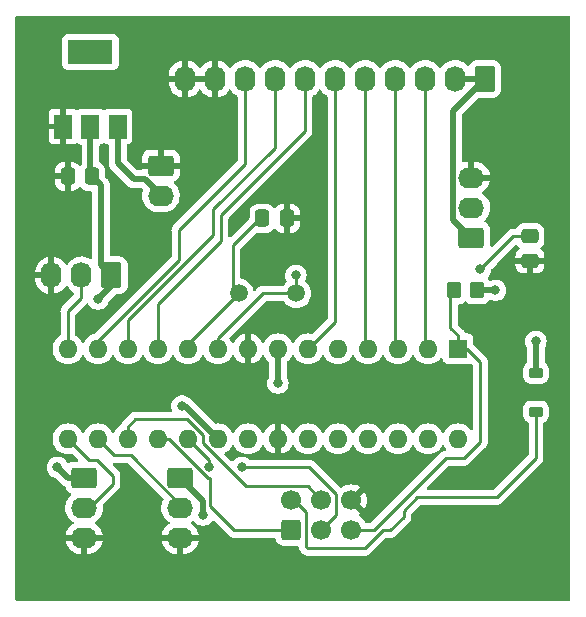
<source format=gbr>
%TF.GenerationSoftware,KiCad,Pcbnew,7.0.7*%
%TF.CreationDate,2023-10-31T12:47:44-05:00*%
%TF.ProjectId,445_project,3434355f-7072-46f6-9a65-63742e6b6963,rev?*%
%TF.SameCoordinates,Original*%
%TF.FileFunction,Copper,L1,Top*%
%TF.FilePolarity,Positive*%
%FSLAX46Y46*%
G04 Gerber Fmt 4.6, Leading zero omitted, Abs format (unit mm)*
G04 Created by KiCad (PCBNEW 7.0.7) date 2023-10-31 12:47:44*
%MOMM*%
%LPD*%
G01*
G04 APERTURE LIST*
G04 Aperture macros list*
%AMRoundRect*
0 Rectangle with rounded corners*
0 $1 Rounding radius*
0 $2 $3 $4 $5 $6 $7 $8 $9 X,Y pos of 4 corners*
0 Add a 4 corners polygon primitive as box body*
4,1,4,$2,$3,$4,$5,$6,$7,$8,$9,$2,$3,0*
0 Add four circle primitives for the rounded corners*
1,1,$1+$1,$2,$3*
1,1,$1+$1,$4,$5*
1,1,$1+$1,$6,$7*
1,1,$1+$1,$8,$9*
0 Add four rect primitives between the rounded corners*
20,1,$1+$1,$2,$3,$4,$5,0*
20,1,$1+$1,$4,$5,$6,$7,0*
20,1,$1+$1,$6,$7,$8,$9,0*
20,1,$1+$1,$8,$9,$2,$3,0*%
G04 Aperture macros list end*
%TA.AperFunction,ComponentPad*%
%ADD10RoundRect,0.250000X-0.845000X0.620000X-0.845000X-0.620000X0.845000X-0.620000X0.845000X0.620000X0*%
%TD*%
%TA.AperFunction,ComponentPad*%
%ADD11O,2.190000X1.740000*%
%TD*%
%TA.AperFunction,ComponentPad*%
%ADD12RoundRect,0.250000X0.845000X-0.620000X0.845000X0.620000X-0.845000X0.620000X-0.845000X-0.620000X0*%
%TD*%
%TA.AperFunction,SMDPad,CuDef*%
%ADD13RoundRect,0.250000X-0.475000X0.337500X-0.475000X-0.337500X0.475000X-0.337500X0.475000X0.337500X0*%
%TD*%
%TA.AperFunction,SMDPad,CuDef*%
%ADD14R,1.500000X2.000000*%
%TD*%
%TA.AperFunction,SMDPad,CuDef*%
%ADD15R,3.800000X2.000000*%
%TD*%
%TA.AperFunction,ComponentPad*%
%ADD16R,1.600000X1.600000*%
%TD*%
%TA.AperFunction,ComponentPad*%
%ADD17O,1.600000X1.600000*%
%TD*%
%TA.AperFunction,ComponentPad*%
%ADD18C,1.500000*%
%TD*%
%TA.AperFunction,SMDPad,CuDef*%
%ADD19RoundRect,0.250000X-0.337500X-0.475000X0.337500X-0.475000X0.337500X0.475000X-0.337500X0.475000X0*%
%TD*%
%TA.AperFunction,SMDPad,CuDef*%
%ADD20RoundRect,0.250000X0.350000X0.450000X-0.350000X0.450000X-0.350000X-0.450000X0.350000X-0.450000X0*%
%TD*%
%TA.AperFunction,SMDPad,CuDef*%
%ADD21RoundRect,0.225000X-0.375000X0.225000X-0.375000X-0.225000X0.375000X-0.225000X0.375000X0.225000X0*%
%TD*%
%TA.AperFunction,ComponentPad*%
%ADD22RoundRect,0.250000X0.620000X0.845000X-0.620000X0.845000X-0.620000X-0.845000X0.620000X-0.845000X0*%
%TD*%
%TA.AperFunction,ComponentPad*%
%ADD23O,1.740000X2.190000*%
%TD*%
%TA.AperFunction,ComponentPad*%
%ADD24RoundRect,0.250000X0.600000X-0.600000X0.600000X0.600000X-0.600000X0.600000X-0.600000X-0.600000X0*%
%TD*%
%TA.AperFunction,ComponentPad*%
%ADD25C,1.700000*%
%TD*%
%TA.AperFunction,ViaPad*%
%ADD26C,0.800000*%
%TD*%
%TA.AperFunction,Conductor*%
%ADD27C,0.254000*%
%TD*%
%TA.AperFunction,Conductor*%
%ADD28C,0.508000*%
%TD*%
G04 APERTURE END LIST*
D10*
%TO.P,J1,1,Pin_1*%
%TO.N,GND*%
X64389000Y-107950000D03*
D11*
%TO.P,J1,2,Pin_2*%
%TO.N,Net-(J1-Pin_2)*%
X64389000Y-110490000D03*
%TD*%
D12*
%TO.P,POT1,1,Pin_1*%
%TO.N,+5V*%
X90678000Y-114046000D03*
D11*
%TO.P,POT1,2,Pin_2*%
%TO.N,/Vo*%
X90678000Y-111506000D03*
%TO.P,POT1,3,Pin_3*%
%TO.N,GND*%
X90678000Y-108966000D03*
%TD*%
D13*
%TO.P,C3,1*%
%TO.N,Net-(U1-XTAL1{slash}PB6)*%
X95631000Y-113897500D03*
%TO.P,C3,2*%
%TO.N,GND*%
X95631000Y-115972500D03*
%TD*%
D14*
%TO.P,U2,1,GND*%
%TO.N,GND*%
X56120000Y-104623000D03*
%TO.P,U2,2,VO*%
%TO.N,+5V*%
X58420000Y-104623000D03*
%TO.P,U2,3,VI*%
%TO.N,Net-(J1-Pin_2)*%
X60720000Y-104623000D03*
D15*
%TO.P,U2,4*%
%TO.N,N/C*%
X58420000Y-98323000D03*
%TD*%
D16*
%TO.P,U1,1,~{RESET}/PC6*%
%TO.N,/RST*%
X89535000Y-123444000D03*
D17*
%TO.P,U1,2,PD0*%
%TO.N,/E*%
X86995000Y-123444000D03*
%TO.P,U1,3,PD1*%
%TO.N,/RW*%
X84455000Y-123444000D03*
%TO.P,U1,4,PD2*%
%TO.N,/RS*%
X81915000Y-123444000D03*
%TO.P,U1,5,PD3*%
%TO.N,unconnected-(U1-PD3-Pad5)*%
X79375000Y-123444000D03*
%TO.P,U1,6,PD4*%
%TO.N,/DB4*%
X76835000Y-123444000D03*
%TO.P,U1,7,VCC*%
%TO.N,+5V*%
X74295000Y-123444000D03*
%TO.P,U1,8,GND*%
%TO.N,GND*%
X71755000Y-123444000D03*
%TO.P,U1,9,XTAL1/PB6*%
%TO.N,Net-(U1-XTAL1{slash}PB6)*%
X69215000Y-123444000D03*
%TO.P,U1,10,XTAL2/PB7*%
%TO.N,Net-(U1-XTAL2{slash}PB7)*%
X66675000Y-123444000D03*
%TO.P,U1,11,PD5*%
%TO.N,/DB5*%
X64135000Y-123444000D03*
%TO.P,U1,12,PD6*%
%TO.N,/DB6*%
X61595000Y-123444000D03*
%TO.P,U1,13,PD7*%
%TO.N,/DB7*%
X59055000Y-123444000D03*
%TO.P,U1,14,PB0*%
%TO.N,/D1*%
X56515000Y-123444000D03*
%TO.P,U1,15,PB1*%
%TO.N,/D2*%
X56515000Y-131064000D03*
%TO.P,U1,16,PB2*%
%TO.N,/D3*%
X59055000Y-131064000D03*
%TO.P,U1,17,PB3*%
%TO.N,/MOSI*%
X61595000Y-131064000D03*
%TO.P,U1,18,PB4*%
%TO.N,/MISO*%
X64135000Y-131064000D03*
%TO.P,U1,19,PB5*%
%TO.N,/SCK*%
X66675000Y-131064000D03*
%TO.P,U1,20,AVCC*%
%TO.N,+5V*%
X69215000Y-131064000D03*
%TO.P,U1,21,AREF*%
%TO.N,unconnected-(U1-AREF-Pad21)*%
X71755000Y-131064000D03*
%TO.P,U1,22,GND*%
%TO.N,GND*%
X74295000Y-131064000D03*
%TO.P,U1,23,PC0*%
%TO.N,unconnected-(U1-PC0-Pad23)*%
X76835000Y-131064000D03*
%TO.P,U1,24,PC1*%
%TO.N,unconnected-(U1-PC1-Pad24)*%
X79375000Y-131064000D03*
%TO.P,U1,25,PC2*%
%TO.N,unconnected-(U1-PC2-Pad25)*%
X81915000Y-131064000D03*
%TO.P,U1,26,PC3*%
%TO.N,unconnected-(U1-PC3-Pad26)*%
X84455000Y-131064000D03*
%TO.P,U1,27,PC4*%
%TO.N,unconnected-(U1-PC4-Pad27)*%
X86995000Y-131064000D03*
%TO.P,U1,28,PC5*%
%TO.N,unconnected-(U1-PC5-Pad28)*%
X89535000Y-131064000D03*
%TD*%
D18*
%TO.P,Y1,2,2*%
%TO.N,Net-(U1-XTAL2{slash}PB7)*%
X70976000Y-118745000D03*
%TO.P,Y1,1,1*%
%TO.N,Net-(U1-XTAL1{slash}PB6)*%
X75856000Y-118745000D03*
%TD*%
D19*
%TO.P,C1,1*%
%TO.N,GND*%
X56493500Y-108839000D03*
%TO.P,C1,2*%
%TO.N,+5V*%
X58568500Y-108839000D03*
%TD*%
D20*
%TO.P,R1,1*%
%TO.N,+5V*%
X91170000Y-118491000D03*
%TO.P,R1,2*%
%TO.N,/RST*%
X89170000Y-118491000D03*
%TD*%
D10*
%TO.P,RX_2,1,Pin_1*%
%TO.N,+5V*%
X57892000Y-134366000D03*
D11*
%TO.P,RX_2,2,Pin_2*%
%TO.N,/D2*%
X57892000Y-136906000D03*
%TO.P,RX_2,3,Pin_3*%
%TO.N,GND*%
X57892000Y-139446000D03*
%TD*%
D10*
%TO.P,RX_3,1,Pin_1*%
%TO.N,+5V*%
X66020000Y-134366000D03*
D11*
%TO.P,RX_3,2,Pin_2*%
%TO.N,/D3*%
X66020000Y-136906000D03*
%TO.P,RX_3,3,Pin_3*%
%TO.N,GND*%
X66020000Y-139446000D03*
%TD*%
D21*
%TO.P,D1,1,K*%
%TO.N,+5V*%
X96139000Y-125477000D03*
%TO.P,D1,2,A*%
%TO.N,Net-(D1-A)*%
X96139000Y-128777000D03*
%TD*%
D22*
%TO.P,RX_1,1,Pin_1*%
%TO.N,+5V*%
X60198000Y-117221000D03*
D23*
%TO.P,RX_1,2,Pin_2*%
%TO.N,/D1*%
X57658000Y-117221000D03*
%TO.P,RX_1,3,Pin_3*%
%TO.N,GND*%
X55118000Y-117221000D03*
%TD*%
D24*
%TO.P,J2,1,MISO*%
%TO.N,/MISO*%
X75438000Y-138811000D03*
D25*
%TO.P,J2,2,VCC*%
%TO.N,Net-(D1-A)*%
X75438000Y-136271000D03*
%TO.P,J2,3,SCK*%
%TO.N,/SCK*%
X77978000Y-138811000D03*
%TO.P,J2,4,MOSI*%
%TO.N,/MOSI*%
X77978000Y-136271000D03*
%TO.P,J2,5,~{RST}*%
%TO.N,/RST*%
X80518000Y-138811000D03*
%TO.P,J2,6,GND*%
%TO.N,GND*%
X80518000Y-136271000D03*
%TD*%
D22*
%TO.P,LCD1,1,Pin_1*%
%TO.N,+5V*%
X91821000Y-100584000D03*
D23*
%TO.P,LCD1,2,Pin_2*%
X89281000Y-100584000D03*
%TO.P,LCD1,3,Pin_3*%
%TO.N,/E*%
X86741000Y-100584000D03*
%TO.P,LCD1,4,Pin_4*%
%TO.N,/RW*%
X84201000Y-100584000D03*
%TO.P,LCD1,5,Pin_5*%
%TO.N,/RS*%
X81661000Y-100584000D03*
%TO.P,LCD1,6,Pin_6*%
%TO.N,/DB4*%
X79121000Y-100584000D03*
%TO.P,LCD1,7,Pin_7*%
%TO.N,/DB5*%
X76581000Y-100584000D03*
%TO.P,LCD1,8,Pin_8*%
%TO.N,/DB6*%
X74041000Y-100584000D03*
%TO.P,LCD1,9,Pin_9*%
%TO.N,/DB7*%
X71501000Y-100584000D03*
%TO.P,LCD1,10,Pin_10*%
%TO.N,GND*%
X68961000Y-100584000D03*
%TO.P,LCD1,11,Pin_11*%
X66421000Y-100584000D03*
%TD*%
D19*
%TO.P,C2,1*%
%TO.N,Net-(U1-XTAL2{slash}PB7)*%
X72982000Y-112395000D03*
%TO.P,C2,2*%
%TO.N,GND*%
X75057000Y-112395000D03*
%TD*%
D26*
%TO.N,+5V*%
X92710000Y-118491000D03*
X96139000Y-122809000D03*
X67945000Y-137541000D03*
X74295000Y-126365000D03*
X59055000Y-119253000D03*
X66167000Y-128270000D03*
X55626000Y-133477000D03*
%TO.N,/SCK*%
X71247000Y-133477000D03*
X68487304Y-133442696D03*
%TO.N,Net-(U1-XTAL1{slash}PB6)*%
X75819000Y-117221000D03*
X91440000Y-116713000D03*
%TD*%
D27*
%TO.N,Net-(U1-XTAL1{slash}PB6)*%
X69215000Y-122555000D02*
X69215000Y-123444000D01*
X73025000Y-118745000D02*
X69215000Y-122555000D01*
X75856000Y-118745000D02*
X73025000Y-118745000D01*
D28*
%TO.N,+5V*%
X74295000Y-123444000D02*
X74295000Y-126365000D01*
X92710000Y-118491000D02*
X91170000Y-118491000D01*
D27*
%TO.N,Net-(U1-XTAL1{slash}PB6)*%
X94234000Y-113919000D02*
X95609500Y-113919000D01*
X91440000Y-116713000D02*
X94234000Y-113919000D01*
X95609500Y-113919000D02*
X95631000Y-113897500D01*
D28*
%TO.N,+5V*%
X96139000Y-122809000D02*
X96139000Y-125477000D01*
D27*
%TO.N,Net-(D1-A)*%
X96139000Y-132715000D02*
X92837000Y-136017000D01*
X96139000Y-132715000D02*
X96139000Y-128777000D01*
X75692000Y-136271000D02*
X75438000Y-136271000D01*
X76708000Y-137287000D02*
X75692000Y-136271000D01*
X76708000Y-140208000D02*
X76708000Y-137287000D01*
X76835000Y-140335000D02*
X76708000Y-140208000D01*
X83185000Y-138811000D02*
X81661000Y-140335000D01*
X83820000Y-138811000D02*
X83185000Y-138811000D01*
X86106000Y-136017000D02*
X84963000Y-137160000D01*
X92837000Y-136017000D02*
X86106000Y-136017000D01*
X81661000Y-140335000D02*
X76835000Y-140335000D01*
X84963000Y-137668000D02*
X83820000Y-138811000D01*
X84963000Y-137160000D02*
X84963000Y-137668000D01*
D28*
%TO.N,+5V*%
X67945000Y-136291000D02*
X66020000Y-134366000D01*
X67945000Y-137541000D02*
X67945000Y-136291000D01*
X60198000Y-118110000D02*
X59055000Y-119253000D01*
X60198000Y-117221000D02*
X60198000Y-118110000D01*
X66421000Y-128270000D02*
X69215000Y-131064000D01*
X66167000Y-128270000D02*
X66421000Y-128270000D01*
X56515000Y-134366000D02*
X55626000Y-133477000D01*
X57892000Y-134366000D02*
X56515000Y-134366000D01*
D27*
%TO.N,Net-(U1-XTAL1{slash}PB6)*%
X75856000Y-117258000D02*
X75819000Y-117221000D01*
X75856000Y-118745000D02*
X75856000Y-117258000D01*
%TO.N,Net-(U1-XTAL2{slash}PB7)*%
X70485000Y-114681000D02*
X70485000Y-118254000D01*
X72771000Y-112395000D02*
X70485000Y-114681000D01*
X70485000Y-118254000D02*
X70976000Y-118745000D01*
X70976000Y-118745000D02*
X66675000Y-123046000D01*
X66675000Y-123046000D02*
X66675000Y-123444000D01*
X72982000Y-112395000D02*
X72771000Y-112395000D01*
%TO.N,/SCK*%
X76962000Y-133477000D02*
X71247000Y-133477000D01*
X79248000Y-137541000D02*
X79248000Y-135763000D01*
X79248000Y-135763000D02*
X76962000Y-133477000D01*
X77978000Y-138811000D02*
X79248000Y-137541000D01*
%TO.N,GND*%
X83947000Y-132842000D02*
X85598000Y-132842000D01*
X80518000Y-136271000D02*
X83947000Y-132842000D01*
D28*
%TO.N,+5V*%
X59309000Y-116332000D02*
X60198000Y-117221000D01*
X90678000Y-114046000D02*
X89129000Y-112497000D01*
X58568500Y-108839000D02*
X59309000Y-109579500D01*
X58420000Y-104623000D02*
X58420000Y-108690500D01*
X89281000Y-100584000D02*
X91821000Y-100584000D01*
X58420000Y-108690500D02*
X58568500Y-108839000D01*
X59309000Y-109579500D02*
X59309000Y-116332000D01*
X89129000Y-112497000D02*
X89129000Y-103276000D01*
X89129000Y-103276000D02*
X91821000Y-100584000D01*
D27*
%TO.N,/RS*%
X81661000Y-123190000D02*
X81915000Y-123444000D01*
X81661000Y-100584000D02*
X81661000Y-123190000D01*
%TO.N,/RW*%
X84201000Y-100584000D02*
X84201000Y-123190000D01*
X84201000Y-123190000D02*
X84455000Y-123444000D01*
%TO.N,/E*%
X86741000Y-123190000D02*
X86995000Y-123444000D01*
X86741000Y-100584000D02*
X86741000Y-123190000D01*
%TO.N,/DB4*%
X79121000Y-121158000D02*
X76835000Y-123444000D01*
X79121000Y-100584000D02*
X79121000Y-121158000D01*
%TO.N,/DB5*%
X69469000Y-114300000D02*
X64135000Y-119634000D01*
X76581000Y-105029000D02*
X69469000Y-112141000D01*
X69469000Y-112141000D02*
X69469000Y-114300000D01*
X64135000Y-119634000D02*
X64135000Y-123444000D01*
X76581000Y-100584000D02*
X76581000Y-105029000D01*
%TO.N,/DB6*%
X61595000Y-121023948D02*
X61595000Y-123444000D01*
X74041000Y-100584000D02*
X74041000Y-106426000D01*
X68830474Y-113788474D02*
X61595000Y-121023948D01*
X74041000Y-106426000D02*
X68830474Y-111636526D01*
X68830474Y-111636526D02*
X68830474Y-113788474D01*
%TO.N,/DB7*%
X65913000Y-113411000D02*
X65913000Y-115951000D01*
X71501000Y-100584000D02*
X71501000Y-107823000D01*
X65913000Y-115951000D02*
X59055000Y-122809000D01*
X59055000Y-122809000D02*
X59055000Y-123444000D01*
X71501000Y-107823000D02*
X65913000Y-113411000D01*
D28*
%TO.N,Net-(J1-Pin_2)*%
X60720000Y-107710000D02*
X60720000Y-104623000D01*
X62103000Y-109093000D02*
X60720000Y-107710000D01*
X64389000Y-110410606D02*
X63071394Y-109093000D01*
X63071394Y-109093000D02*
X62103000Y-109093000D01*
X64389000Y-110490000D02*
X64389000Y-110410606D01*
D27*
%TO.N,/MISO*%
X68580000Y-136779000D02*
X68580000Y-134366000D01*
X70612000Y-138811000D02*
X68580000Y-136779000D01*
X75438000Y-138811000D02*
X70612000Y-138811000D01*
X68580000Y-134366000D02*
X68383181Y-134366000D01*
X68383181Y-134366000D02*
X65081181Y-131064000D01*
X65081181Y-131064000D02*
X64135000Y-131064000D01*
%TO.N,/SCK*%
X68487304Y-132876304D02*
X66675000Y-131064000D01*
X68487304Y-133442696D02*
X68487304Y-132876304D01*
%TO.N,/MOSI*%
X77978000Y-136271000D02*
X76801000Y-135094000D01*
X71594000Y-135094000D02*
X67945000Y-131445000D01*
X67945000Y-131445000D02*
X67945000Y-130740181D01*
X66617819Y-129413000D02*
X62230000Y-129413000D01*
X67945000Y-130740181D02*
X66617819Y-129413000D01*
X62230000Y-129413000D02*
X61595000Y-130048000D01*
X76801000Y-135094000D02*
X71594000Y-135094000D01*
X61595000Y-130048000D02*
X61595000Y-131064000D01*
%TO.N,/RST*%
X88900000Y-118745000D02*
X88900000Y-121666000D01*
X88519000Y-132715000D02*
X90043000Y-132715000D01*
X89170000Y-118491000D02*
X89154000Y-118491000D01*
X82423000Y-138811000D02*
X88519000Y-132715000D01*
X90043000Y-132715000D02*
X91440000Y-131318000D01*
X90297000Y-123444000D02*
X89535000Y-123444000D01*
X91440000Y-124587000D02*
X90297000Y-123444000D01*
X91440000Y-131318000D02*
X91440000Y-124587000D01*
X88900000Y-121666000D02*
X89535000Y-122301000D01*
X89154000Y-118491000D02*
X88900000Y-118745000D01*
X80518000Y-138811000D02*
X82423000Y-138811000D01*
X89535000Y-122301000D02*
X89535000Y-123444000D01*
%TO.N,/D1*%
X57658000Y-119126000D02*
X56515000Y-120269000D01*
X56515000Y-120269000D02*
X56515000Y-123444000D01*
X57658000Y-117221000D02*
X57658000Y-119126000D01*
%TO.N,/D2*%
X58293000Y-136906000D02*
X60325000Y-134874000D01*
X60325000Y-134175500D02*
X58991500Y-132842000D01*
X60325000Y-134874000D02*
X60325000Y-134175500D01*
X57892000Y-136906000D02*
X58293000Y-136906000D01*
X58991500Y-132842000D02*
X58293000Y-132842000D01*
X58293000Y-132842000D02*
X56515000Y-131064000D01*
%TO.N,/D3*%
X66020000Y-136906000D02*
X66020000Y-136647001D01*
X60452000Y-132461000D02*
X59055000Y-131064000D01*
X61833999Y-132461000D02*
X60452000Y-132461000D01*
X66020000Y-136647001D02*
X61833999Y-132461000D01*
%TD*%
%TA.AperFunction,Conductor*%
%TO.N,GND*%
G36*
X74188331Y-131452091D02*
G01*
X74220699Y-131457218D01*
X74263515Y-131464000D01*
X74263519Y-131464000D01*
X74326485Y-131464000D01*
X74369300Y-131457218D01*
X74401602Y-131452102D01*
X74470894Y-131461056D01*
X74524347Y-131506052D01*
X74544987Y-131572803D01*
X74545000Y-131574575D01*
X74545000Y-132342872D01*
X74741317Y-132290269D01*
X74741326Y-132290265D01*
X74947482Y-132194134D01*
X75133820Y-132063657D01*
X75294657Y-131902820D01*
X75425132Y-131716484D01*
X75452341Y-131658134D01*
X75498513Y-131605695D01*
X75565707Y-131586542D01*
X75632588Y-131606757D01*
X75677105Y-131658132D01*
X75683634Y-131672133D01*
X75704431Y-131716732D01*
X75704432Y-131716734D01*
X75834954Y-131903141D01*
X75995858Y-132064045D01*
X75995861Y-132064047D01*
X76182266Y-132194568D01*
X76388504Y-132290739D01*
X76388509Y-132290740D01*
X76388511Y-132290741D01*
X76401734Y-132294284D01*
X76608308Y-132349635D01*
X76770230Y-132363801D01*
X76834998Y-132369468D01*
X76835000Y-132369468D01*
X76835002Y-132369468D01*
X76897385Y-132364010D01*
X77061692Y-132349635D01*
X77281496Y-132290739D01*
X77487734Y-132194568D01*
X77674139Y-132064047D01*
X77835047Y-131903139D01*
X77965568Y-131716734D01*
X77992618Y-131658724D01*
X78038790Y-131606285D01*
X78105983Y-131587133D01*
X78172865Y-131607348D01*
X78217381Y-131658724D01*
X78223634Y-131672133D01*
X78244429Y-131716728D01*
X78244432Y-131716734D01*
X78374954Y-131903141D01*
X78535858Y-132064045D01*
X78535861Y-132064047D01*
X78722266Y-132194568D01*
X78928504Y-132290739D01*
X78928509Y-132290740D01*
X78928511Y-132290741D01*
X78941734Y-132294284D01*
X79148308Y-132349635D01*
X79310230Y-132363801D01*
X79374998Y-132369468D01*
X79375000Y-132369468D01*
X79375002Y-132369468D01*
X79437385Y-132364010D01*
X79601692Y-132349635D01*
X79821496Y-132290739D01*
X80027734Y-132194568D01*
X80214139Y-132064047D01*
X80375047Y-131903139D01*
X80505568Y-131716734D01*
X80532618Y-131658724D01*
X80578790Y-131606285D01*
X80645983Y-131587133D01*
X80712865Y-131607348D01*
X80757381Y-131658724D01*
X80763634Y-131672133D01*
X80784429Y-131716728D01*
X80784432Y-131716734D01*
X80914954Y-131903141D01*
X81075858Y-132064045D01*
X81075861Y-132064047D01*
X81262266Y-132194568D01*
X81468504Y-132290739D01*
X81468509Y-132290740D01*
X81468511Y-132290741D01*
X81481734Y-132294284D01*
X81688308Y-132349635D01*
X81850230Y-132363801D01*
X81914998Y-132369468D01*
X81915000Y-132369468D01*
X81915002Y-132369468D01*
X81977385Y-132364010D01*
X82141692Y-132349635D01*
X82361496Y-132290739D01*
X82567734Y-132194568D01*
X82754139Y-132064047D01*
X82915047Y-131903139D01*
X83045568Y-131716734D01*
X83072619Y-131658721D01*
X83118788Y-131606286D01*
X83185981Y-131587133D01*
X83252862Y-131607348D01*
X83297380Y-131658722D01*
X83324432Y-131716734D01*
X83330909Y-131725984D01*
X83454954Y-131903141D01*
X83615858Y-132064045D01*
X83615861Y-132064047D01*
X83802266Y-132194568D01*
X84008504Y-132290739D01*
X84008509Y-132290740D01*
X84008511Y-132290741D01*
X84021734Y-132294284D01*
X84228308Y-132349635D01*
X84390230Y-132363801D01*
X84454998Y-132369468D01*
X84455000Y-132369468D01*
X84455002Y-132369468D01*
X84517385Y-132364010D01*
X84681692Y-132349635D01*
X84901496Y-132290739D01*
X85107734Y-132194568D01*
X85294139Y-132064047D01*
X85455047Y-131903139D01*
X85585568Y-131716734D01*
X85612619Y-131658721D01*
X85658788Y-131606286D01*
X85725981Y-131587133D01*
X85792862Y-131607348D01*
X85837380Y-131658722D01*
X85864432Y-131716734D01*
X85870909Y-131725984D01*
X85994954Y-131903141D01*
X86155858Y-132064045D01*
X86155861Y-132064047D01*
X86342266Y-132194568D01*
X86548504Y-132290739D01*
X86548509Y-132290740D01*
X86548511Y-132290741D01*
X86561734Y-132294284D01*
X86768308Y-132349635D01*
X86930230Y-132363801D01*
X86994998Y-132369468D01*
X86995000Y-132369468D01*
X86995002Y-132369468D01*
X87057385Y-132364010D01*
X87221692Y-132349635D01*
X87441496Y-132290739D01*
X87647734Y-132194568D01*
X87834139Y-132064047D01*
X87995047Y-131903139D01*
X88125568Y-131716734D01*
X88152619Y-131658721D01*
X88198788Y-131606286D01*
X88265981Y-131587133D01*
X88332862Y-131607348D01*
X88377380Y-131658722D01*
X88404432Y-131716734D01*
X88529168Y-131894877D01*
X88551495Y-131961083D01*
X88534485Y-132028851D01*
X88483536Y-132076663D01*
X88431492Y-132089939D01*
X88420057Y-132090298D01*
X88400713Y-132095918D01*
X88381669Y-132099862D01*
X88378709Y-132100235D01*
X88361707Y-132102384D01*
X88361703Y-132102385D01*
X88361700Y-132102386D01*
X88318235Y-132119594D01*
X88312710Y-132121485D01*
X88267809Y-132134531D01*
X88267806Y-132134533D01*
X88250480Y-132144779D01*
X88233010Y-132153337D01*
X88214298Y-132160745D01*
X88176463Y-132188233D01*
X88171580Y-132191440D01*
X88131346Y-132215234D01*
X88117106Y-132229474D01*
X88102320Y-132242102D01*
X88086033Y-132253936D01*
X88086032Y-132253936D01*
X88056227Y-132289963D01*
X88052295Y-132294284D01*
X82199400Y-138147181D01*
X82138077Y-138180666D01*
X82111719Y-138183500D01*
X81791826Y-138183500D01*
X81724787Y-138163815D01*
X81690251Y-138130623D01*
X81556494Y-137939597D01*
X81389402Y-137772506D01*
X81389401Y-137772505D01*
X81203405Y-137642269D01*
X81159781Y-137587692D01*
X81152588Y-137518193D01*
X81184110Y-137455839D01*
X81203405Y-137439119D01*
X81279373Y-137385925D01*
X80777116Y-136883669D01*
X80743631Y-136822346D01*
X80748615Y-136752655D01*
X80785640Y-136703193D01*
X80784398Y-136701759D01*
X80793912Y-136693515D01*
X80899761Y-136601798D01*
X80934952Y-136547038D01*
X80987755Y-136501283D01*
X81056914Y-136491339D01*
X81120470Y-136520363D01*
X81126949Y-136526396D01*
X81632925Y-137032373D01*
X81632926Y-137032373D01*
X81691598Y-136948582D01*
X81691600Y-136948578D01*
X81791429Y-136734492D01*
X81791433Y-136734483D01*
X81852567Y-136506326D01*
X81852569Y-136506315D01*
X81873157Y-136271001D01*
X81873157Y-136270998D01*
X81852569Y-136035684D01*
X81852567Y-136035673D01*
X81791433Y-135807516D01*
X81791429Y-135807507D01*
X81691600Y-135593423D01*
X81691599Y-135593421D01*
X81632925Y-135509626D01*
X81632925Y-135509625D01*
X81126949Y-136015602D01*
X81065626Y-136049087D01*
X80995934Y-136044103D01*
X80940001Y-136002231D01*
X80934953Y-135994961D01*
X80899761Y-135940202D01*
X80823101Y-135873777D01*
X80791100Y-135846048D01*
X80791099Y-135846047D01*
X80784398Y-135840241D01*
X80786708Y-135837574D01*
X80752005Y-135797528D01*
X80742058Y-135728370D01*
X80771080Y-135664813D01*
X80777116Y-135658330D01*
X81279373Y-135156073D01*
X81279373Y-135156072D01*
X81195583Y-135097402D01*
X81195579Y-135097400D01*
X80981492Y-134997570D01*
X80981483Y-134997566D01*
X80753326Y-134936432D01*
X80753315Y-134936430D01*
X80518002Y-134915843D01*
X80517998Y-134915843D01*
X80282684Y-134936430D01*
X80282673Y-134936432D01*
X80054516Y-134997566D01*
X80054507Y-134997570D01*
X79840422Y-135097399D01*
X79840420Y-135097400D01*
X79707677Y-135190348D01*
X79641471Y-135212675D01*
X79573704Y-135195665D01*
X79548873Y-135176454D01*
X77464376Y-133091957D01*
X77454531Y-133079668D01*
X77454313Y-133079849D01*
X77449340Y-133073838D01*
X77410070Y-133036961D01*
X77398741Y-133026322D01*
X77388268Y-133015849D01*
X77377797Y-133005377D01*
X77372296Y-133001111D01*
X77367848Y-132997312D01*
X77333768Y-132965308D01*
X77333763Y-132965304D01*
X77316122Y-132955606D01*
X77299857Y-132944922D01*
X77299680Y-132944785D01*
X77283962Y-132932592D01*
X77268804Y-132926032D01*
X77241054Y-132914023D01*
X77235807Y-132911453D01*
X77194837Y-132888929D01*
X77194828Y-132888926D01*
X77175334Y-132883920D01*
X77156933Y-132877620D01*
X77138459Y-132869626D01*
X77138452Y-132869624D01*
X77092287Y-132862313D01*
X77086563Y-132861128D01*
X77041279Y-132849500D01*
X77041272Y-132849500D01*
X77021142Y-132849500D01*
X77001743Y-132847973D01*
X76981868Y-132844825D01*
X76981867Y-132844825D01*
X76935321Y-132849225D01*
X76929483Y-132849500D01*
X71948947Y-132849500D01*
X71881908Y-132829815D01*
X71856800Y-132808476D01*
X71852871Y-132804112D01*
X71852869Y-132804111D01*
X71852867Y-132804108D01*
X71852864Y-132804106D01*
X71699734Y-132692851D01*
X71699729Y-132692848D01*
X71526807Y-132615857D01*
X71526802Y-132615855D01*
X71381000Y-132584865D01*
X71341646Y-132576500D01*
X71152354Y-132576500D01*
X71119897Y-132583398D01*
X70967197Y-132615855D01*
X70967192Y-132615857D01*
X70794270Y-132692848D01*
X70794265Y-132692851D01*
X70641132Y-132804109D01*
X70641129Y-132804111D01*
X70641129Y-132804112D01*
X70525445Y-132932592D01*
X70515545Y-132943587D01*
X70456058Y-132980235D01*
X70386201Y-132978904D01*
X70335714Y-132948295D01*
X69798080Y-132410661D01*
X69764595Y-132349338D01*
X69769579Y-132279646D01*
X69811451Y-132223713D01*
X69833347Y-132210602D01*
X69867734Y-132194568D01*
X70054139Y-132064047D01*
X70215047Y-131903139D01*
X70345568Y-131716734D01*
X70372618Y-131658724D01*
X70418790Y-131606285D01*
X70485983Y-131587133D01*
X70552865Y-131607348D01*
X70597381Y-131658724D01*
X70603634Y-131672133D01*
X70624429Y-131716728D01*
X70624432Y-131716734D01*
X70754954Y-131903141D01*
X70915858Y-132064045D01*
X70915861Y-132064047D01*
X71102266Y-132194568D01*
X71308504Y-132290739D01*
X71308509Y-132290740D01*
X71308511Y-132290741D01*
X71321734Y-132294284D01*
X71528308Y-132349635D01*
X71690230Y-132363801D01*
X71754998Y-132369468D01*
X71755000Y-132369468D01*
X71755002Y-132369468D01*
X71817385Y-132364010D01*
X71981692Y-132349635D01*
X72201496Y-132290739D01*
X72407734Y-132194568D01*
X72594139Y-132064047D01*
X72755047Y-131903139D01*
X72885568Y-131716734D01*
X72912895Y-131658129D01*
X72959064Y-131605695D01*
X73026257Y-131586542D01*
X73093139Y-131606757D01*
X73137657Y-131658133D01*
X73164865Y-131716482D01*
X73295342Y-131902820D01*
X73456179Y-132063657D01*
X73642517Y-132194134D01*
X73848673Y-132290265D01*
X73848682Y-132290269D01*
X74044999Y-132342872D01*
X74045000Y-132342871D01*
X74045000Y-131574575D01*
X74064685Y-131507536D01*
X74117489Y-131461781D01*
X74186647Y-131451837D01*
X74188331Y-131452091D01*
G37*
%TD.AperFunction*%
%TA.AperFunction,Conductor*%
G36*
X77926621Y-101500826D02*
G01*
X77954092Y-101529935D01*
X78050847Y-101673088D01*
X78050849Y-101673090D01*
X78212272Y-101841516D01*
X78212273Y-101841517D01*
X78399831Y-101980235D01*
X78399834Y-101980236D01*
X78399839Y-101980240D01*
X78425327Y-101993090D01*
X78476324Y-102040846D01*
X78493500Y-102103812D01*
X78493500Y-120846717D01*
X78473815Y-120913756D01*
X78457181Y-120934398D01*
X77247590Y-122143989D01*
X77186267Y-122177474D01*
X77127816Y-122176083D01*
X77097930Y-122168075D01*
X77061694Y-122158365D01*
X77061686Y-122158364D01*
X76835002Y-122138532D01*
X76834998Y-122138532D01*
X76608313Y-122158364D01*
X76608302Y-122158366D01*
X76388511Y-122217258D01*
X76388502Y-122217261D01*
X76182267Y-122313431D01*
X76182265Y-122313432D01*
X75995858Y-122443954D01*
X75834954Y-122604858D01*
X75704432Y-122791265D01*
X75704431Y-122791267D01*
X75677382Y-122849275D01*
X75631209Y-122901714D01*
X75564016Y-122920866D01*
X75497135Y-122900650D01*
X75452618Y-122849275D01*
X75452618Y-122849274D01*
X75425568Y-122791266D01*
X75306168Y-122620744D01*
X75295045Y-122604858D01*
X75134141Y-122443954D01*
X74947734Y-122313432D01*
X74947732Y-122313431D01*
X74741497Y-122217261D01*
X74741488Y-122217258D01*
X74521697Y-122158366D01*
X74521693Y-122158365D01*
X74521692Y-122158365D01*
X74521691Y-122158364D01*
X74521686Y-122158364D01*
X74295002Y-122138532D01*
X74294998Y-122138532D01*
X74068313Y-122158364D01*
X74068302Y-122158366D01*
X73848511Y-122217258D01*
X73848502Y-122217261D01*
X73642267Y-122313431D01*
X73642265Y-122313432D01*
X73455858Y-122443954D01*
X73294954Y-122604858D01*
X73164434Y-122791263D01*
X73164432Y-122791266D01*
X73137383Y-122849274D01*
X73137106Y-122849867D01*
X73090933Y-122902306D01*
X73023739Y-122921457D01*
X72956858Y-122901241D01*
X72912342Y-122849865D01*
X72885135Y-122791520D01*
X72885134Y-122791518D01*
X72754657Y-122605179D01*
X72593820Y-122444342D01*
X72407482Y-122313865D01*
X72201328Y-122217734D01*
X72005000Y-122165127D01*
X72005000Y-122933424D01*
X71985315Y-123000463D01*
X71932511Y-123046218D01*
X71863353Y-123056162D01*
X71861602Y-123055897D01*
X71786486Y-123044000D01*
X71786481Y-123044000D01*
X71723519Y-123044000D01*
X71723514Y-123044000D01*
X71648398Y-123055897D01*
X71579104Y-123046942D01*
X71525652Y-123001946D01*
X71505013Y-122935194D01*
X71505000Y-122933424D01*
X71505000Y-122165127D01*
X71308671Y-122217734D01*
X71102517Y-122313865D01*
X70916179Y-122444342D01*
X70755342Y-122605179D01*
X70624867Y-122791515D01*
X70597657Y-122849867D01*
X70551484Y-122902306D01*
X70484290Y-122921457D01*
X70417409Y-122901241D01*
X70372893Y-122849865D01*
X70372617Y-122849274D01*
X70345568Y-122791266D01*
X70266600Y-122678487D01*
X70215049Y-122604863D01*
X70213942Y-122603544D01*
X70213636Y-122602846D01*
X70211942Y-122600426D01*
X70212428Y-122600085D01*
X70185933Y-122539534D01*
X70196976Y-122470543D01*
X70221252Y-122436165D01*
X73248599Y-119408819D01*
X73309923Y-119375334D01*
X73336281Y-119372500D01*
X74704251Y-119372500D01*
X74771290Y-119392185D01*
X74805822Y-119425372D01*
X74894402Y-119551877D01*
X75049123Y-119706598D01*
X75228361Y-119832102D01*
X75426670Y-119924575D01*
X75638023Y-119981207D01*
X75820926Y-119997208D01*
X75855998Y-120000277D01*
X75856000Y-120000277D01*
X75856002Y-120000277D01*
X75884254Y-119997805D01*
X76073977Y-119981207D01*
X76285330Y-119924575D01*
X76483639Y-119832102D01*
X76662877Y-119706598D01*
X76817598Y-119551877D01*
X76943102Y-119372639D01*
X77035575Y-119174330D01*
X77092207Y-118962977D01*
X77111277Y-118745000D01*
X77109158Y-118720784D01*
X77107569Y-118702618D01*
X77092207Y-118527023D01*
X77035575Y-118315670D01*
X76943102Y-118117362D01*
X76943100Y-118117359D01*
X76943099Y-118117357D01*
X76817599Y-117938124D01*
X76742051Y-117862576D01*
X76662877Y-117783402D01*
X76662873Y-117783399D01*
X76662870Y-117783396D01*
X76658732Y-117779924D01*
X76659739Y-117778723D01*
X76620623Y-117729779D01*
X76613435Y-117660280D01*
X76627989Y-117620789D01*
X76646179Y-117589284D01*
X76704674Y-117409256D01*
X76724460Y-117221000D01*
X76704674Y-117032744D01*
X76646179Y-116852716D01*
X76551533Y-116688784D01*
X76424871Y-116548112D01*
X76392708Y-116524744D01*
X76271734Y-116436851D01*
X76271729Y-116436848D01*
X76098807Y-116359857D01*
X76098802Y-116359855D01*
X75939432Y-116325981D01*
X75913646Y-116320500D01*
X75724354Y-116320500D01*
X75698568Y-116325981D01*
X75539197Y-116359855D01*
X75539192Y-116359857D01*
X75366270Y-116436848D01*
X75366265Y-116436851D01*
X75213129Y-116548111D01*
X75086466Y-116688785D01*
X74991821Y-116852715D01*
X74991818Y-116852722D01*
X74945799Y-116994356D01*
X74933326Y-117032744D01*
X74913540Y-117221000D01*
X74933326Y-117409256D01*
X74933327Y-117409259D01*
X74991818Y-117589277D01*
X74991821Y-117589284D01*
X75036273Y-117666278D01*
X75052746Y-117734176D01*
X75029894Y-117800203D01*
X75016567Y-117815957D01*
X74894403Y-117938120D01*
X74805826Y-118064623D01*
X74751249Y-118108248D01*
X74704251Y-118117500D01*
X73107967Y-118117500D01*
X73092318Y-118115772D01*
X73092292Y-118116054D01*
X73084524Y-118115319D01*
X73015141Y-118117500D01*
X72985522Y-118117500D01*
X72978618Y-118118371D01*
X72972800Y-118118829D01*
X72926060Y-118120298D01*
X72926054Y-118120299D01*
X72906719Y-118125916D01*
X72887680Y-118129859D01*
X72867715Y-118132382D01*
X72867701Y-118132385D01*
X72824235Y-118149594D01*
X72818709Y-118151486D01*
X72773807Y-118164532D01*
X72756484Y-118174777D01*
X72739015Y-118183335D01*
X72720299Y-118190745D01*
X72682474Y-118218226D01*
X72677591Y-118221433D01*
X72637346Y-118245233D01*
X72623101Y-118259478D01*
X72608316Y-118272106D01*
X72592030Y-118283939D01*
X72592029Y-118283940D01*
X72562232Y-118319957D01*
X72558300Y-118324278D01*
X72394368Y-118488210D01*
X72333045Y-118521695D01*
X72263353Y-118516711D01*
X72207420Y-118474839D01*
X72186912Y-118432622D01*
X72177468Y-118397378D01*
X72155575Y-118315670D01*
X72063102Y-118117362D01*
X72063100Y-118117359D01*
X72063099Y-118117357D01*
X71937599Y-117938124D01*
X71862051Y-117862576D01*
X71782877Y-117783402D01*
X71603639Y-117657898D01*
X71603640Y-117657898D01*
X71603638Y-117657897D01*
X71504484Y-117611661D01*
X71405330Y-117565425D01*
X71405326Y-117565424D01*
X71405324Y-117565423D01*
X71204406Y-117511587D01*
X71144746Y-117475222D01*
X71114217Y-117412375D01*
X71112500Y-117391812D01*
X71112500Y-114992280D01*
X71132185Y-114925241D01*
X71148814Y-114904604D01*
X72406230Y-113647187D01*
X72467551Y-113613704D01*
X72506511Y-113611512D01*
X72525359Y-113613437D01*
X72594491Y-113620500D01*
X73369508Y-113620499D01*
X73369516Y-113620498D01*
X73369519Y-113620498D01*
X73436027Y-113613704D01*
X73472297Y-113609999D01*
X73638834Y-113554814D01*
X73788156Y-113462712D01*
X73912212Y-113338656D01*
X73914252Y-113335347D01*
X73916245Y-113333555D01*
X73916693Y-113332989D01*
X73916789Y-113333065D01*
X73966194Y-113288623D01*
X74035156Y-113277395D01*
X74099240Y-113305234D01*
X74125329Y-113335339D01*
X74127181Y-113338341D01*
X74127183Y-113338344D01*
X74251154Y-113462315D01*
X74400375Y-113554356D01*
X74400380Y-113554358D01*
X74566802Y-113609505D01*
X74566809Y-113609506D01*
X74669519Y-113619999D01*
X74806999Y-113619999D01*
X74807000Y-113619998D01*
X74807000Y-112645000D01*
X75307000Y-112645000D01*
X75307000Y-113619999D01*
X75444472Y-113619999D01*
X75444486Y-113619998D01*
X75547197Y-113609505D01*
X75713619Y-113554358D01*
X75713624Y-113554356D01*
X75862845Y-113462315D01*
X75986815Y-113338345D01*
X76078856Y-113189124D01*
X76078858Y-113189119D01*
X76134005Y-113022697D01*
X76134006Y-113022690D01*
X76144499Y-112919986D01*
X76144500Y-112919973D01*
X76144500Y-112645000D01*
X75307000Y-112645000D01*
X74807000Y-112645000D01*
X74807000Y-111170000D01*
X75307000Y-111170000D01*
X75307000Y-112145000D01*
X76144499Y-112145000D01*
X76144499Y-111870028D01*
X76144498Y-111870013D01*
X76134005Y-111767302D01*
X76078858Y-111600880D01*
X76078856Y-111600875D01*
X75986815Y-111451654D01*
X75862845Y-111327684D01*
X75713624Y-111235643D01*
X75713619Y-111235641D01*
X75547197Y-111180494D01*
X75547190Y-111180493D01*
X75444486Y-111170000D01*
X75307000Y-111170000D01*
X74807000Y-111170000D01*
X74669527Y-111170000D01*
X74669512Y-111170001D01*
X74566802Y-111180494D01*
X74400380Y-111235641D01*
X74400375Y-111235643D01*
X74251154Y-111327684D01*
X74127183Y-111451655D01*
X74127179Y-111451660D01*
X74125326Y-111454665D01*
X74123518Y-111456290D01*
X74122702Y-111457323D01*
X74122525Y-111457183D01*
X74073374Y-111501385D01*
X74004411Y-111512601D01*
X73940331Y-111484752D01*
X73914253Y-111454653D01*
X73914237Y-111454628D01*
X73912212Y-111451344D01*
X73788156Y-111327288D01*
X73638834Y-111235186D01*
X73472297Y-111180001D01*
X73472295Y-111180000D01*
X73369510Y-111169500D01*
X72594498Y-111169500D01*
X72594480Y-111169501D01*
X72491703Y-111180000D01*
X72491700Y-111180001D01*
X72325168Y-111235185D01*
X72325163Y-111235187D01*
X72175842Y-111327289D01*
X72051789Y-111451342D01*
X71959687Y-111600663D01*
X71959685Y-111600668D01*
X71959615Y-111600880D01*
X71904501Y-111767203D01*
X71904501Y-111767204D01*
X71904500Y-111767204D01*
X71894000Y-111869983D01*
X71894000Y-112333218D01*
X71874315Y-112400257D01*
X71857681Y-112420899D01*
X70308181Y-113970399D01*
X70246858Y-114003884D01*
X70177166Y-113998900D01*
X70121233Y-113957028D01*
X70096816Y-113891564D01*
X70096500Y-113882718D01*
X70096500Y-112452280D01*
X70116185Y-112385241D01*
X70132814Y-112364604D01*
X76966043Y-105531374D01*
X76978325Y-105521537D01*
X76978144Y-105521318D01*
X76984152Y-105516346D01*
X76984162Y-105516340D01*
X77031677Y-105465741D01*
X77052623Y-105444796D01*
X77056892Y-105439290D01*
X77060676Y-105434859D01*
X77092693Y-105400767D01*
X77102389Y-105383128D01*
X77113073Y-105366861D01*
X77125408Y-105350962D01*
X77143983Y-105308034D01*
X77146534Y-105302827D01*
X77169072Y-105261834D01*
X77174078Y-105242334D01*
X77180376Y-105223936D01*
X77188374Y-105205458D01*
X77195688Y-105159276D01*
X77196870Y-105153565D01*
X77208500Y-105108272D01*
X77208500Y-105088141D01*
X77210027Y-105068741D01*
X77213175Y-105048867D01*
X77208775Y-105002321D01*
X77208500Y-104996483D01*
X77208500Y-102101360D01*
X77228185Y-102034321D01*
X77267483Y-101995772D01*
X77398891Y-101914862D01*
X77574018Y-101760731D01*
X77720578Y-101579220D01*
X77743102Y-101538899D01*
X77792982Y-101489972D01*
X77861395Y-101475779D01*
X77926621Y-101500826D01*
G37*
%TD.AperFunction*%
%TA.AperFunction,Conductor*%
G36*
X68319423Y-100353685D02*
G01*
X68365178Y-100406489D01*
X68375323Y-100474185D01*
X68360866Y-100583998D01*
X68360866Y-100584001D01*
X68375323Y-100693815D01*
X68364557Y-100762850D01*
X68318177Y-100815106D01*
X68252384Y-100834000D01*
X67129616Y-100834000D01*
X67062577Y-100814315D01*
X67016822Y-100761511D01*
X67006677Y-100693815D01*
X67021134Y-100584001D01*
X67021134Y-100583998D01*
X67006677Y-100474185D01*
X67017443Y-100405150D01*
X67063823Y-100352894D01*
X67129616Y-100334000D01*
X68252384Y-100334000D01*
X68319423Y-100353685D01*
G37*
%TD.AperFunction*%
%TA.AperFunction,Conductor*%
G36*
X99002539Y-95270185D02*
G01*
X99048294Y-95322989D01*
X99059500Y-95374500D01*
X99059500Y-144655500D01*
X99039815Y-144722539D01*
X98987011Y-144768294D01*
X98935500Y-144779500D01*
X52194500Y-144779500D01*
X52127461Y-144759815D01*
X52081706Y-144707011D01*
X52070500Y-144655500D01*
X52070500Y-117504201D01*
X53748000Y-117504201D01*
X53762822Y-117678363D01*
X53821587Y-117904051D01*
X53917643Y-118116552D01*
X53917648Y-118116560D01*
X54048235Y-118309771D01*
X54209603Y-118478139D01*
X54209604Y-118478140D01*
X54397097Y-118616810D01*
X54605338Y-118721803D01*
X54828330Y-118790093D01*
X54828328Y-118790093D01*
X54867999Y-118795173D01*
X54868000Y-118795173D01*
X54868000Y-117929615D01*
X54887685Y-117862576D01*
X54940489Y-117816821D01*
X55008183Y-117806676D01*
X55079003Y-117816000D01*
X55079010Y-117816000D01*
X55156990Y-117816000D01*
X55156997Y-117816000D01*
X55227816Y-117806676D01*
X55296849Y-117817441D01*
X55349105Y-117863820D01*
X55368000Y-117929615D01*
X55368000Y-118793574D01*
X55520618Y-118760683D01*
X55520619Y-118760683D01*
X55737005Y-118673732D01*
X55935592Y-118551458D01*
X56110656Y-118397382D01*
X56110660Y-118397378D01*
X56257157Y-118215945D01*
X56257164Y-118215934D01*
X56279789Y-118175435D01*
X56329668Y-118126508D01*
X56398081Y-118112315D01*
X56463307Y-118137362D01*
X56490778Y-118166471D01*
X56587847Y-118310088D01*
X56587849Y-118310090D01*
X56749272Y-118478516D01*
X56749273Y-118478517D01*
X56936831Y-118617235D01*
X56936834Y-118617236D01*
X56936839Y-118617240D01*
X56962327Y-118630090D01*
X57013324Y-118677846D01*
X57030500Y-118740812D01*
X57030500Y-118814718D01*
X57010815Y-118881757D01*
X56994181Y-118902399D01*
X56129953Y-119766626D01*
X56117669Y-119776469D01*
X56117849Y-119776687D01*
X56111838Y-119781659D01*
X56064322Y-119832258D01*
X56043375Y-119853205D01*
X56039106Y-119858709D01*
X56035315Y-119863147D01*
X56003308Y-119897230D01*
X56003305Y-119897234D01*
X55993606Y-119914877D01*
X55982928Y-119931133D01*
X55970594Y-119947034D01*
X55970589Y-119947042D01*
X55952025Y-119989943D01*
X55949454Y-119995191D01*
X55926927Y-120036167D01*
X55921920Y-120055668D01*
X55915621Y-120074064D01*
X55908893Y-120089612D01*
X55907625Y-120092544D01*
X55907624Y-120092546D01*
X55900312Y-120138716D01*
X55899127Y-120144438D01*
X55887500Y-120189723D01*
X55887500Y-120209858D01*
X55885973Y-120229257D01*
X55882825Y-120249131D01*
X55882824Y-120249134D01*
X55887224Y-120295678D01*
X55887499Y-120301515D01*
X55887500Y-122231212D01*
X55867815Y-122298251D01*
X55834623Y-122332787D01*
X55675858Y-122443954D01*
X55514954Y-122604858D01*
X55384432Y-122791265D01*
X55384431Y-122791267D01*
X55288261Y-122997502D01*
X55288258Y-122997511D01*
X55229366Y-123217302D01*
X55229364Y-123217313D01*
X55209532Y-123443998D01*
X55209532Y-123444001D01*
X55229364Y-123670686D01*
X55229366Y-123670697D01*
X55288258Y-123890488D01*
X55288261Y-123890497D01*
X55384431Y-124096732D01*
X55384432Y-124096734D01*
X55514954Y-124283141D01*
X55675858Y-124444045D01*
X55675861Y-124444047D01*
X55862266Y-124574568D01*
X56068504Y-124670739D01*
X56288308Y-124729635D01*
X56450230Y-124743801D01*
X56514998Y-124749468D01*
X56515000Y-124749468D01*
X56515002Y-124749468D01*
X56571807Y-124744498D01*
X56741692Y-124729635D01*
X56961496Y-124670739D01*
X57167734Y-124574568D01*
X57354139Y-124444047D01*
X57515047Y-124283139D01*
X57645568Y-124096734D01*
X57672618Y-124038724D01*
X57718790Y-123986285D01*
X57785983Y-123967133D01*
X57852865Y-123987348D01*
X57897382Y-124038725D01*
X57924429Y-124096728D01*
X57924432Y-124096734D01*
X58054954Y-124283141D01*
X58215858Y-124444045D01*
X58215861Y-124444047D01*
X58402266Y-124574568D01*
X58608504Y-124670739D01*
X58828308Y-124729635D01*
X58990230Y-124743801D01*
X59054998Y-124749468D01*
X59055000Y-124749468D01*
X59055002Y-124749468D01*
X59111807Y-124744498D01*
X59281692Y-124729635D01*
X59501496Y-124670739D01*
X59707734Y-124574568D01*
X59894139Y-124444047D01*
X60055047Y-124283139D01*
X60185568Y-124096734D01*
X60212618Y-124038724D01*
X60258790Y-123986285D01*
X60325983Y-123967133D01*
X60392865Y-123987348D01*
X60437382Y-124038725D01*
X60464429Y-124096728D01*
X60464432Y-124096734D01*
X60594954Y-124283141D01*
X60755858Y-124444045D01*
X60755861Y-124444047D01*
X60942266Y-124574568D01*
X61148504Y-124670739D01*
X61368308Y-124729635D01*
X61530230Y-124743801D01*
X61594998Y-124749468D01*
X61595000Y-124749468D01*
X61595002Y-124749468D01*
X61651807Y-124744498D01*
X61821692Y-124729635D01*
X62041496Y-124670739D01*
X62247734Y-124574568D01*
X62434139Y-124444047D01*
X62595047Y-124283139D01*
X62725568Y-124096734D01*
X62752618Y-124038724D01*
X62798790Y-123986285D01*
X62865983Y-123967133D01*
X62932865Y-123987348D01*
X62977382Y-124038725D01*
X63004429Y-124096728D01*
X63004432Y-124096734D01*
X63134954Y-124283141D01*
X63295858Y-124444045D01*
X63295861Y-124444047D01*
X63482266Y-124574568D01*
X63688504Y-124670739D01*
X63908308Y-124729635D01*
X64070230Y-124743801D01*
X64134998Y-124749468D01*
X64135000Y-124749468D01*
X64135002Y-124749468D01*
X64191807Y-124744498D01*
X64361692Y-124729635D01*
X64581496Y-124670739D01*
X64787734Y-124574568D01*
X64974139Y-124444047D01*
X65135047Y-124283139D01*
X65265568Y-124096734D01*
X65292618Y-124038724D01*
X65338790Y-123986285D01*
X65405983Y-123967133D01*
X65472865Y-123987348D01*
X65517382Y-124038725D01*
X65544429Y-124096728D01*
X65544432Y-124096734D01*
X65674954Y-124283141D01*
X65835858Y-124444045D01*
X65835861Y-124444047D01*
X66022266Y-124574568D01*
X66228504Y-124670739D01*
X66448308Y-124729635D01*
X66610230Y-124743801D01*
X66674998Y-124749468D01*
X66675000Y-124749468D01*
X66675002Y-124749468D01*
X66731807Y-124744498D01*
X66901692Y-124729635D01*
X67121496Y-124670739D01*
X67327734Y-124574568D01*
X67514139Y-124444047D01*
X67675047Y-124283139D01*
X67805568Y-124096734D01*
X67832618Y-124038724D01*
X67878790Y-123986285D01*
X67945983Y-123967133D01*
X68012865Y-123987348D01*
X68057382Y-124038725D01*
X68084429Y-124096728D01*
X68084432Y-124096734D01*
X68214954Y-124283141D01*
X68375858Y-124444045D01*
X68375861Y-124444047D01*
X68562266Y-124574568D01*
X68768504Y-124670739D01*
X68988308Y-124729635D01*
X69150230Y-124743801D01*
X69214998Y-124749468D01*
X69215000Y-124749468D01*
X69215002Y-124749468D01*
X69271807Y-124744498D01*
X69441692Y-124729635D01*
X69661496Y-124670739D01*
X69867734Y-124574568D01*
X70054139Y-124444047D01*
X70215047Y-124283139D01*
X70345568Y-124096734D01*
X70372895Y-124038129D01*
X70419064Y-123985695D01*
X70486257Y-123966542D01*
X70553139Y-123986757D01*
X70597657Y-124038133D01*
X70624865Y-124096482D01*
X70755342Y-124282820D01*
X70916179Y-124443657D01*
X71102517Y-124574134D01*
X71308673Y-124670265D01*
X71308682Y-124670269D01*
X71504999Y-124722872D01*
X71505000Y-124722871D01*
X71505000Y-123954575D01*
X71524685Y-123887536D01*
X71577489Y-123841781D01*
X71646647Y-123831837D01*
X71648331Y-123832091D01*
X71680699Y-123837218D01*
X71723515Y-123844000D01*
X71723519Y-123844000D01*
X71786485Y-123844000D01*
X71829300Y-123837218D01*
X71861602Y-123832102D01*
X71930894Y-123841056D01*
X71984347Y-123886052D01*
X72004987Y-123952803D01*
X72005000Y-123954575D01*
X72005000Y-124722872D01*
X72201317Y-124670269D01*
X72201326Y-124670265D01*
X72407482Y-124574134D01*
X72593820Y-124443657D01*
X72754657Y-124282820D01*
X72885132Y-124096484D01*
X72912341Y-124038134D01*
X72958513Y-123985695D01*
X73025707Y-123966542D01*
X73092588Y-123986757D01*
X73137106Y-124038133D01*
X73164431Y-124096732D01*
X73164432Y-124096734D01*
X73294954Y-124283141D01*
X73455856Y-124444043D01*
X73455859Y-124444045D01*
X73455861Y-124444047D01*
X73487623Y-124466286D01*
X73531247Y-124520860D01*
X73540500Y-124567861D01*
X73540500Y-125837606D01*
X73523888Y-125899605D01*
X73467820Y-125996718D01*
X73467818Y-125996722D01*
X73409327Y-126176740D01*
X73409326Y-126176744D01*
X73389540Y-126365000D01*
X73409326Y-126553256D01*
X73409327Y-126553259D01*
X73467818Y-126733277D01*
X73467821Y-126733284D01*
X73562467Y-126897216D01*
X73689129Y-127037888D01*
X73842265Y-127149148D01*
X73842270Y-127149151D01*
X74015192Y-127226142D01*
X74015197Y-127226144D01*
X74200354Y-127265500D01*
X74200355Y-127265500D01*
X74389644Y-127265500D01*
X74389646Y-127265500D01*
X74574803Y-127226144D01*
X74747730Y-127149151D01*
X74900871Y-127037888D01*
X75027533Y-126897216D01*
X75122179Y-126733284D01*
X75180674Y-126553256D01*
X75200460Y-126365000D01*
X75180674Y-126176744D01*
X75122179Y-125996716D01*
X75066111Y-125899604D01*
X75049500Y-125837606D01*
X75049500Y-124567861D01*
X75069185Y-124500822D01*
X75102375Y-124466287D01*
X75134139Y-124444047D01*
X75295047Y-124283139D01*
X75425568Y-124096734D01*
X75452618Y-124038724D01*
X75498790Y-123986285D01*
X75565983Y-123967133D01*
X75632865Y-123987348D01*
X75677382Y-124038725D01*
X75704429Y-124096728D01*
X75704432Y-124096734D01*
X75834954Y-124283141D01*
X75995858Y-124444045D01*
X75995861Y-124444047D01*
X76182266Y-124574568D01*
X76388504Y-124670739D01*
X76608308Y-124729635D01*
X76770230Y-124743801D01*
X76834998Y-124749468D01*
X76835000Y-124749468D01*
X76835002Y-124749468D01*
X76891807Y-124744498D01*
X77061692Y-124729635D01*
X77281496Y-124670739D01*
X77487734Y-124574568D01*
X77674139Y-124444047D01*
X77835047Y-124283139D01*
X77965568Y-124096734D01*
X77992618Y-124038724D01*
X78038790Y-123986285D01*
X78105983Y-123967133D01*
X78172865Y-123987348D01*
X78217382Y-124038725D01*
X78244429Y-124096728D01*
X78244432Y-124096734D01*
X78374954Y-124283141D01*
X78535858Y-124444045D01*
X78535861Y-124444047D01*
X78722266Y-124574568D01*
X78928504Y-124670739D01*
X79148308Y-124729635D01*
X79310230Y-124743801D01*
X79374998Y-124749468D01*
X79375000Y-124749468D01*
X79375002Y-124749468D01*
X79431807Y-124744498D01*
X79601692Y-124729635D01*
X79821496Y-124670739D01*
X80027734Y-124574568D01*
X80214139Y-124444047D01*
X80375047Y-124283139D01*
X80505568Y-124096734D01*
X80532618Y-124038724D01*
X80578790Y-123986285D01*
X80645983Y-123967133D01*
X80712865Y-123987348D01*
X80757382Y-124038725D01*
X80784429Y-124096728D01*
X80784432Y-124096734D01*
X80914954Y-124283141D01*
X81075858Y-124444045D01*
X81075861Y-124444047D01*
X81262266Y-124574568D01*
X81468504Y-124670739D01*
X81688308Y-124729635D01*
X81850230Y-124743801D01*
X81914998Y-124749468D01*
X81915000Y-124749468D01*
X81915002Y-124749468D01*
X81971807Y-124744498D01*
X82141692Y-124729635D01*
X82361496Y-124670739D01*
X82567734Y-124574568D01*
X82754139Y-124444047D01*
X82915047Y-124283139D01*
X83045568Y-124096734D01*
X83072618Y-124038724D01*
X83118790Y-123986285D01*
X83185983Y-123967133D01*
X83252865Y-123987348D01*
X83297382Y-124038725D01*
X83324429Y-124096728D01*
X83324432Y-124096734D01*
X83454954Y-124283141D01*
X83615858Y-124444045D01*
X83615861Y-124444047D01*
X83802266Y-124574568D01*
X84008504Y-124670739D01*
X84228308Y-124729635D01*
X84390230Y-124743801D01*
X84454998Y-124749468D01*
X84455000Y-124749468D01*
X84455002Y-124749468D01*
X84511807Y-124744498D01*
X84681692Y-124729635D01*
X84901496Y-124670739D01*
X85107734Y-124574568D01*
X85294139Y-124444047D01*
X85455047Y-124283139D01*
X85585568Y-124096734D01*
X85612618Y-124038724D01*
X85658790Y-123986285D01*
X85725983Y-123967133D01*
X85792865Y-123987348D01*
X85837382Y-124038725D01*
X85864429Y-124096728D01*
X85864432Y-124096734D01*
X85994954Y-124283141D01*
X86155858Y-124444045D01*
X86155861Y-124444047D01*
X86342266Y-124574568D01*
X86548504Y-124670739D01*
X86768308Y-124729635D01*
X86930230Y-124743801D01*
X86994998Y-124749468D01*
X86995000Y-124749468D01*
X86995002Y-124749468D01*
X87051807Y-124744498D01*
X87221692Y-124729635D01*
X87441496Y-124670739D01*
X87647734Y-124574568D01*
X87834139Y-124444047D01*
X87995047Y-124283139D01*
X88012271Y-124258539D01*
X88066848Y-124214913D01*
X88136346Y-124207718D01*
X88198701Y-124239239D01*
X88234116Y-124299468D01*
X88237138Y-124316406D01*
X88240908Y-124351483D01*
X88291202Y-124486328D01*
X88291206Y-124486335D01*
X88377452Y-124601544D01*
X88377455Y-124601547D01*
X88492664Y-124687793D01*
X88492671Y-124687797D01*
X88627517Y-124738091D01*
X88627516Y-124738091D01*
X88634444Y-124738835D01*
X88687127Y-124744500D01*
X90382872Y-124744499D01*
X90442483Y-124738091D01*
X90558057Y-124694984D01*
X90627743Y-124690001D01*
X90689065Y-124723484D01*
X90776182Y-124810600D01*
X90809666Y-124871921D01*
X90812500Y-124898280D01*
X90812500Y-130227828D01*
X90792815Y-130294867D01*
X90740011Y-130340622D01*
X90670853Y-130350566D01*
X90607297Y-130321541D01*
X90586925Y-130298951D01*
X90535045Y-130224858D01*
X90374141Y-130063954D01*
X90187734Y-129933432D01*
X90187732Y-129933431D01*
X89981497Y-129837261D01*
X89981488Y-129837258D01*
X89761697Y-129778366D01*
X89761693Y-129778365D01*
X89761692Y-129778365D01*
X89761691Y-129778364D01*
X89761686Y-129778364D01*
X89535002Y-129758532D01*
X89534998Y-129758532D01*
X89308313Y-129778364D01*
X89308302Y-129778366D01*
X89088511Y-129837258D01*
X89088502Y-129837261D01*
X88882267Y-129933431D01*
X88882265Y-129933432D01*
X88695858Y-130063954D01*
X88534954Y-130224858D01*
X88404432Y-130411265D01*
X88404430Y-130411268D01*
X88377380Y-130469277D01*
X88331207Y-130521715D01*
X88264013Y-130540866D01*
X88197132Y-130520649D01*
X88152619Y-130469277D01*
X88125568Y-130411266D01*
X88062743Y-130321541D01*
X87995045Y-130224858D01*
X87834141Y-130063954D01*
X87647734Y-129933432D01*
X87647732Y-129933431D01*
X87441497Y-129837261D01*
X87441488Y-129837258D01*
X87221697Y-129778366D01*
X87221693Y-129778365D01*
X87221692Y-129778365D01*
X87221691Y-129778364D01*
X87221686Y-129778364D01*
X86995002Y-129758532D01*
X86994998Y-129758532D01*
X86768313Y-129778364D01*
X86768302Y-129778366D01*
X86548511Y-129837258D01*
X86548502Y-129837261D01*
X86342267Y-129933431D01*
X86342265Y-129933432D01*
X86155858Y-130063954D01*
X85994954Y-130224858D01*
X85864432Y-130411265D01*
X85864431Y-130411267D01*
X85837382Y-130469275D01*
X85791209Y-130521714D01*
X85724016Y-130540866D01*
X85657135Y-130520650D01*
X85612618Y-130469275D01*
X85585686Y-130411520D01*
X85585568Y-130411266D01*
X85462583Y-130235623D01*
X85455045Y-130224858D01*
X85294141Y-130063954D01*
X85107734Y-129933432D01*
X85107732Y-129933431D01*
X84901497Y-129837261D01*
X84901488Y-129837258D01*
X84681697Y-129778366D01*
X84681693Y-129778365D01*
X84681692Y-129778365D01*
X84681691Y-129778364D01*
X84681686Y-129778364D01*
X84455002Y-129758532D01*
X84454998Y-129758532D01*
X84228313Y-129778364D01*
X84228302Y-129778366D01*
X84008511Y-129837258D01*
X84008502Y-129837261D01*
X83802267Y-129933431D01*
X83802265Y-129933432D01*
X83615858Y-130063954D01*
X83454954Y-130224858D01*
X83324432Y-130411265D01*
X83324431Y-130411267D01*
X83297382Y-130469275D01*
X83251209Y-130521714D01*
X83184016Y-130540866D01*
X83117135Y-130520650D01*
X83072618Y-130469275D01*
X83045686Y-130411520D01*
X83045568Y-130411266D01*
X82922583Y-130235623D01*
X82915045Y-130224858D01*
X82754141Y-130063954D01*
X82567734Y-129933432D01*
X82567732Y-129933431D01*
X82361497Y-129837261D01*
X82361488Y-129837258D01*
X82141697Y-129778366D01*
X82141693Y-129778365D01*
X82141692Y-129778365D01*
X82141691Y-129778364D01*
X82141686Y-129778364D01*
X81915002Y-129758532D01*
X81914998Y-129758532D01*
X81688313Y-129778364D01*
X81688302Y-129778366D01*
X81468511Y-129837258D01*
X81468502Y-129837261D01*
X81262267Y-129933431D01*
X81262265Y-129933432D01*
X81075858Y-130063954D01*
X80914954Y-130224858D01*
X80784432Y-130411265D01*
X80784431Y-130411267D01*
X80757382Y-130469275D01*
X80711209Y-130521714D01*
X80644016Y-130540866D01*
X80577135Y-130520650D01*
X80532618Y-130469275D01*
X80505686Y-130411520D01*
X80505568Y-130411266D01*
X80382583Y-130235623D01*
X80375045Y-130224858D01*
X80214141Y-130063954D01*
X80027734Y-129933432D01*
X80027732Y-129933431D01*
X79821497Y-129837261D01*
X79821488Y-129837258D01*
X79601697Y-129778366D01*
X79601693Y-129778365D01*
X79601692Y-129778365D01*
X79601691Y-129778364D01*
X79601686Y-129778364D01*
X79375002Y-129758532D01*
X79374998Y-129758532D01*
X79148313Y-129778364D01*
X79148302Y-129778366D01*
X78928511Y-129837258D01*
X78928502Y-129837261D01*
X78722267Y-129933431D01*
X78722265Y-129933432D01*
X78535858Y-130063954D01*
X78374954Y-130224858D01*
X78244432Y-130411265D01*
X78244431Y-130411267D01*
X78217382Y-130469275D01*
X78171209Y-130521714D01*
X78104016Y-130540866D01*
X78037135Y-130520650D01*
X77992618Y-130469275D01*
X77965686Y-130411520D01*
X77965568Y-130411266D01*
X77842583Y-130235623D01*
X77835045Y-130224858D01*
X77674141Y-130063954D01*
X77487734Y-129933432D01*
X77487732Y-129933431D01*
X77281497Y-129837261D01*
X77281488Y-129837258D01*
X77061697Y-129778366D01*
X77061693Y-129778365D01*
X77061692Y-129778365D01*
X77061691Y-129778364D01*
X77061686Y-129778364D01*
X76835002Y-129758532D01*
X76834998Y-129758532D01*
X76608313Y-129778364D01*
X76608302Y-129778366D01*
X76388511Y-129837258D01*
X76388502Y-129837261D01*
X76182267Y-129933431D01*
X76182265Y-129933432D01*
X75995858Y-130063954D01*
X75834954Y-130224858D01*
X75746934Y-130350566D01*
X75704432Y-130411266D01*
X75677383Y-130469274D01*
X75677106Y-130469867D01*
X75630933Y-130522306D01*
X75563739Y-130541457D01*
X75496858Y-130521241D01*
X75452342Y-130469865D01*
X75425135Y-130411520D01*
X75425134Y-130411518D01*
X75294657Y-130225179D01*
X75133820Y-130064342D01*
X74947482Y-129933865D01*
X74741328Y-129837734D01*
X74545000Y-129785127D01*
X74545000Y-130553424D01*
X74525315Y-130620463D01*
X74472511Y-130666218D01*
X74403353Y-130676162D01*
X74401602Y-130675897D01*
X74326486Y-130664000D01*
X74326481Y-130664000D01*
X74263519Y-130664000D01*
X74263514Y-130664000D01*
X74188398Y-130675897D01*
X74119104Y-130666942D01*
X74065652Y-130621946D01*
X74045013Y-130555194D01*
X74045000Y-130553424D01*
X74045000Y-129785127D01*
X73848671Y-129837734D01*
X73642517Y-129933865D01*
X73456179Y-130064342D01*
X73295342Y-130225179D01*
X73164867Y-130411515D01*
X73137657Y-130469867D01*
X73091484Y-130522306D01*
X73024290Y-130541457D01*
X72957409Y-130521241D01*
X72912893Y-130469865D01*
X72912617Y-130469274D01*
X72885568Y-130411266D01*
X72762583Y-130235623D01*
X72755045Y-130224858D01*
X72594141Y-130063954D01*
X72407734Y-129933432D01*
X72407732Y-129933431D01*
X72201497Y-129837261D01*
X72201488Y-129837258D01*
X71981697Y-129778366D01*
X71981693Y-129778365D01*
X71981692Y-129778365D01*
X71981691Y-129778364D01*
X71981686Y-129778364D01*
X71755002Y-129758532D01*
X71754998Y-129758532D01*
X71528313Y-129778364D01*
X71528302Y-129778366D01*
X71308511Y-129837258D01*
X71308502Y-129837261D01*
X71102267Y-129933431D01*
X71102265Y-129933432D01*
X70915858Y-130063954D01*
X70754954Y-130224858D01*
X70624432Y-130411265D01*
X70624431Y-130411267D01*
X70597382Y-130469275D01*
X70551209Y-130521714D01*
X70484016Y-130540866D01*
X70417135Y-130520650D01*
X70372618Y-130469275D01*
X70345686Y-130411520D01*
X70345568Y-130411266D01*
X70222583Y-130235623D01*
X70215045Y-130224858D01*
X70054141Y-130063954D01*
X69867734Y-129933432D01*
X69867732Y-129933431D01*
X69661497Y-129837261D01*
X69661488Y-129837258D01*
X69441697Y-129778366D01*
X69441693Y-129778365D01*
X69441692Y-129778365D01*
X69441691Y-129778364D01*
X69441686Y-129778364D01*
X69215002Y-129758532D01*
X69214997Y-129758532D01*
X69053339Y-129772674D01*
X68984840Y-129758907D01*
X68954852Y-129736827D01*
X66999766Y-127781742D01*
X66987984Y-127768109D01*
X66984604Y-127763569D01*
X66973539Y-127748706D01*
X66973537Y-127748704D01*
X66973538Y-127748704D01*
X66945932Y-127725541D01*
X66933285Y-127714928D01*
X66929310Y-127711286D01*
X66923441Y-127705417D01*
X66923440Y-127705416D01*
X66923438Y-127705414D01*
X66897584Y-127684972D01*
X66838427Y-127635333D01*
X66832394Y-127631365D01*
X66832422Y-127631321D01*
X66825968Y-127627209D01*
X66825941Y-127627254D01*
X66819794Y-127623462D01*
X66799961Y-127614214D01*
X66778700Y-127600142D01*
X66778128Y-127600931D01*
X66619734Y-127485851D01*
X66619729Y-127485848D01*
X66446807Y-127408857D01*
X66446802Y-127408855D01*
X66301001Y-127377865D01*
X66261646Y-127369500D01*
X66072354Y-127369500D01*
X66039897Y-127376398D01*
X65887197Y-127408855D01*
X65887192Y-127408857D01*
X65714270Y-127485848D01*
X65714265Y-127485851D01*
X65561129Y-127597111D01*
X65434466Y-127737785D01*
X65339821Y-127901715D01*
X65339818Y-127901722D01*
X65314700Y-127979029D01*
X65281326Y-128081744D01*
X65261540Y-128270000D01*
X65281326Y-128458256D01*
X65281327Y-128458259D01*
X65334914Y-128623182D01*
X65336909Y-128693023D01*
X65300829Y-128752856D01*
X65238128Y-128783684D01*
X65216983Y-128785500D01*
X62312967Y-128785500D01*
X62297318Y-128783772D01*
X62297292Y-128784054D01*
X62289524Y-128783319D01*
X62220141Y-128785500D01*
X62190522Y-128785500D01*
X62183618Y-128786371D01*
X62177800Y-128786829D01*
X62131060Y-128788298D01*
X62131054Y-128788299D01*
X62111719Y-128793916D01*
X62092680Y-128797859D01*
X62072715Y-128800382D01*
X62072701Y-128800385D01*
X62029235Y-128817594D01*
X62023709Y-128819486D01*
X61978807Y-128832532D01*
X61961484Y-128842777D01*
X61944015Y-128851335D01*
X61925300Y-128858745D01*
X61887475Y-128886226D01*
X61882592Y-128889433D01*
X61842347Y-128913233D01*
X61828106Y-128927474D01*
X61813320Y-128940102D01*
X61797033Y-128951936D01*
X61797032Y-128951936D01*
X61767227Y-128987963D01*
X61763295Y-128992285D01*
X61209953Y-129545626D01*
X61197669Y-129555469D01*
X61197849Y-129555687D01*
X61191838Y-129560659D01*
X61144322Y-129611258D01*
X61123375Y-129632205D01*
X61119106Y-129637709D01*
X61115315Y-129642147D01*
X61083308Y-129676230D01*
X61083305Y-129676234D01*
X61073606Y-129693877D01*
X61062928Y-129710133D01*
X61050594Y-129726034D01*
X61050589Y-129726042D01*
X61032025Y-129768943D01*
X61029454Y-129774191D01*
X61006927Y-129815167D01*
X61001920Y-129834668D01*
X60995621Y-129853064D01*
X60987626Y-129871542D01*
X60987625Y-129871544D01*
X60984529Y-129878701D01*
X60982253Y-129877716D01*
X60951206Y-129926324D01*
X60940867Y-129934411D01*
X60755858Y-130063954D01*
X60594954Y-130224858D01*
X60464432Y-130411265D01*
X60464431Y-130411267D01*
X60437382Y-130469275D01*
X60391209Y-130521714D01*
X60324016Y-130540866D01*
X60257135Y-130520650D01*
X60212618Y-130469275D01*
X60185686Y-130411520D01*
X60185568Y-130411266D01*
X60062583Y-130235623D01*
X60055045Y-130224858D01*
X59894141Y-130063954D01*
X59707734Y-129933432D01*
X59707732Y-129933431D01*
X59501497Y-129837261D01*
X59501488Y-129837258D01*
X59281697Y-129778366D01*
X59281693Y-129778365D01*
X59281692Y-129778365D01*
X59281691Y-129778364D01*
X59281686Y-129778364D01*
X59055002Y-129758532D01*
X59054998Y-129758532D01*
X58828313Y-129778364D01*
X58828302Y-129778366D01*
X58608511Y-129837258D01*
X58608502Y-129837261D01*
X58402267Y-129933431D01*
X58402265Y-129933432D01*
X58215858Y-130063954D01*
X58054954Y-130224858D01*
X57924432Y-130411265D01*
X57924431Y-130411267D01*
X57897382Y-130469275D01*
X57851209Y-130521714D01*
X57784016Y-130540866D01*
X57717135Y-130520650D01*
X57672618Y-130469275D01*
X57645686Y-130411520D01*
X57645568Y-130411266D01*
X57522583Y-130235623D01*
X57515045Y-130224858D01*
X57354141Y-130063954D01*
X57167734Y-129933432D01*
X57167732Y-129933431D01*
X56961497Y-129837261D01*
X56961488Y-129837258D01*
X56741697Y-129778366D01*
X56741693Y-129778365D01*
X56741692Y-129778365D01*
X56741691Y-129778364D01*
X56741686Y-129778364D01*
X56515002Y-129758532D01*
X56514998Y-129758532D01*
X56288313Y-129778364D01*
X56288302Y-129778366D01*
X56068511Y-129837258D01*
X56068502Y-129837261D01*
X55862267Y-129933431D01*
X55862265Y-129933432D01*
X55675858Y-130063954D01*
X55514954Y-130224858D01*
X55384432Y-130411265D01*
X55384431Y-130411267D01*
X55288261Y-130617502D01*
X55288258Y-130617511D01*
X55229366Y-130837302D01*
X55229364Y-130837313D01*
X55209532Y-131063998D01*
X55209532Y-131064001D01*
X55229364Y-131290686D01*
X55229366Y-131290697D01*
X55288258Y-131510488D01*
X55288261Y-131510497D01*
X55384431Y-131716732D01*
X55384432Y-131716734D01*
X55514954Y-131903141D01*
X55675858Y-132064045D01*
X55675861Y-132064047D01*
X55862266Y-132194568D01*
X56068504Y-132290739D01*
X56068509Y-132290740D01*
X56068511Y-132290741D01*
X56081734Y-132294284D01*
X56288308Y-132349635D01*
X56450230Y-132363801D01*
X56514998Y-132369468D01*
X56515000Y-132369468D01*
X56515002Y-132369468D01*
X56546421Y-132366719D01*
X56741692Y-132349635D01*
X56807815Y-132331917D01*
X56877665Y-132333578D01*
X56927591Y-132364010D01*
X57347400Y-132783819D01*
X57380885Y-132845142D01*
X57375901Y-132914834D01*
X57334029Y-132970767D01*
X57268565Y-132995184D01*
X57259719Y-132995500D01*
X56996999Y-132995500D01*
X56996980Y-132995501D01*
X56894203Y-133006000D01*
X56894200Y-133006001D01*
X56727668Y-133061185D01*
X56727659Y-133061189D01*
X56613676Y-133131495D01*
X56546284Y-133149935D01*
X56479621Y-133129012D01*
X56441193Y-133087956D01*
X56437913Y-133082275D01*
X56358533Y-132944784D01*
X56231871Y-132804112D01*
X56231867Y-132804109D01*
X56078734Y-132692851D01*
X56078729Y-132692848D01*
X55905807Y-132615857D01*
X55905802Y-132615855D01*
X55760001Y-132584865D01*
X55720646Y-132576500D01*
X55531354Y-132576500D01*
X55498897Y-132583398D01*
X55346197Y-132615855D01*
X55346192Y-132615857D01*
X55173270Y-132692848D01*
X55173265Y-132692851D01*
X55020129Y-132804111D01*
X54893466Y-132944785D01*
X54798821Y-133108715D01*
X54798818Y-133108722D01*
X54741469Y-133285225D01*
X54740326Y-133288744D01*
X54720540Y-133477000D01*
X54740326Y-133665256D01*
X54740327Y-133665259D01*
X54798818Y-133845277D01*
X54798821Y-133845284D01*
X54893467Y-134009216D01*
X54983204Y-134108879D01*
X55020129Y-134149888D01*
X55173265Y-134261148D01*
X55173270Y-134261151D01*
X55346191Y-134338142D01*
X55346193Y-134338142D01*
X55346197Y-134338144D01*
X55404148Y-134350461D01*
X55465627Y-134383653D01*
X55466046Y-134384070D01*
X55936234Y-134854258D01*
X55948015Y-134867890D01*
X55962461Y-134887294D01*
X56002715Y-134921071D01*
X56006687Y-134924711D01*
X56012559Y-134930583D01*
X56038415Y-134951027D01*
X56097572Y-135000667D01*
X56103609Y-135004637D01*
X56103579Y-135004682D01*
X56110038Y-135008796D01*
X56110067Y-135008750D01*
X56116209Y-135012539D01*
X56186190Y-135045172D01*
X56215328Y-135059805D01*
X56248003Y-135076215D01*
X56299077Y-135123892D01*
X56310056Y-135148017D01*
X56362186Y-135305334D01*
X56454288Y-135454656D01*
X56578344Y-135578712D01*
X56727666Y-135670814D01*
X56727674Y-135670816D01*
X56729929Y-135671868D01*
X56731224Y-135673008D01*
X56733813Y-135674605D01*
X56733540Y-135675047D01*
X56782372Y-135718036D01*
X56801530Y-135785228D01*
X56781320Y-135852111D01*
X56763335Y-135873777D01*
X56634483Y-135997272D01*
X56634482Y-135997273D01*
X56495762Y-136184834D01*
X56390733Y-136393147D01*
X56390730Y-136393153D01*
X56322416Y-136616223D01*
X56292784Y-136847624D01*
X56302685Y-137080700D01*
X56302686Y-137080709D01*
X56351836Y-137308766D01*
X56351837Y-137308769D01*
X56435991Y-137518193D01*
X56438821Y-137525235D01*
X56561138Y-137723891D01*
X56708800Y-137891668D01*
X56715270Y-137899019D01*
X56715273Y-137899022D01*
X56896773Y-138045573D01*
X56896779Y-138045578D01*
X56937590Y-138068376D01*
X56986517Y-138118256D01*
X57000709Y-138186669D01*
X56975661Y-138251895D01*
X56946553Y-138279365D01*
X56803228Y-138376235D01*
X56634860Y-138537603D01*
X56634859Y-138537604D01*
X56496189Y-138725097D01*
X56391196Y-138933338D01*
X56322906Y-139156329D01*
X56317826Y-139195999D01*
X56317827Y-139196000D01*
X57183384Y-139196000D01*
X57250423Y-139215685D01*
X57296178Y-139268489D01*
X57306323Y-139336185D01*
X57291866Y-139445998D01*
X57291866Y-139446001D01*
X57306323Y-139555815D01*
X57295557Y-139624850D01*
X57249177Y-139677106D01*
X57183384Y-139696000D01*
X56319424Y-139696000D01*
X56352316Y-139848619D01*
X56352316Y-139848620D01*
X56439267Y-140065005D01*
X56561541Y-140263592D01*
X56715617Y-140438656D01*
X56715621Y-140438660D01*
X56897054Y-140585157D01*
X56897060Y-140585161D01*
X57100653Y-140698895D01*
X57320538Y-140776585D01*
X57320546Y-140776587D01*
X57550387Y-140815999D01*
X57550396Y-140816000D01*
X57642000Y-140816000D01*
X57642000Y-140154615D01*
X57661685Y-140087576D01*
X57714489Y-140041821D01*
X57782183Y-140031676D01*
X57853003Y-140041000D01*
X57853010Y-140041000D01*
X57930990Y-140041000D01*
X57930997Y-140041000D01*
X58001816Y-140031676D01*
X58070849Y-140042441D01*
X58123105Y-140088820D01*
X58142000Y-140154615D01*
X58142000Y-140816000D01*
X58175201Y-140816000D01*
X58349363Y-140801177D01*
X58575051Y-140742412D01*
X58787552Y-140646356D01*
X58787560Y-140646351D01*
X58980771Y-140515764D01*
X59149139Y-140354396D01*
X59149140Y-140354395D01*
X59287810Y-140166902D01*
X59392803Y-139958661D01*
X59461093Y-139735670D01*
X59466173Y-139696000D01*
X58600616Y-139696000D01*
X58533577Y-139676315D01*
X58487822Y-139623511D01*
X58477677Y-139555815D01*
X58492134Y-139446001D01*
X58492134Y-139445998D01*
X58477677Y-139336185D01*
X58488443Y-139267150D01*
X58534823Y-139214894D01*
X58600616Y-139196000D01*
X59464576Y-139196000D01*
X59464575Y-139195999D01*
X59431683Y-139043380D01*
X59431683Y-139043379D01*
X59344732Y-138826994D01*
X59222458Y-138628407D01*
X59068382Y-138453343D01*
X59068378Y-138453339D01*
X58886945Y-138306842D01*
X58886935Y-138306835D01*
X58846433Y-138284209D01*
X58797507Y-138234329D01*
X58783315Y-138165916D01*
X58808363Y-138100691D01*
X58837469Y-138073222D01*
X58981088Y-137976153D01*
X59149516Y-137814728D01*
X59288240Y-137627161D01*
X59393270Y-137418847D01*
X59461583Y-137195780D01*
X59491216Y-136964376D01*
X59481314Y-136731293D01*
X59473172Y-136693514D01*
X59478291Y-136623833D01*
X59506706Y-136579711D01*
X60710043Y-135376374D01*
X60722325Y-135366537D01*
X60722144Y-135366318D01*
X60728152Y-135361346D01*
X60728162Y-135361340D01*
X60775677Y-135310741D01*
X60796623Y-135289796D01*
X60800892Y-135284290D01*
X60804676Y-135279859D01*
X60836693Y-135245767D01*
X60846389Y-135228128D01*
X60857073Y-135211861D01*
X60869408Y-135195962D01*
X60887983Y-135153034D01*
X60890534Y-135147827D01*
X60913072Y-135106834D01*
X60918078Y-135087334D01*
X60924376Y-135068936D01*
X60932374Y-135050458D01*
X60939470Y-135005651D01*
X60939688Y-135004276D01*
X60940870Y-134998565D01*
X60952500Y-134953272D01*
X60952500Y-134933141D01*
X60954027Y-134913741D01*
X60957175Y-134893867D01*
X60952775Y-134847321D01*
X60952500Y-134841483D01*
X60952500Y-134258464D01*
X60954228Y-134242813D01*
X60953946Y-134242787D01*
X60954680Y-134235024D01*
X60954109Y-134216866D01*
X60952500Y-134165640D01*
X60952500Y-134136024D01*
X60951626Y-134129107D01*
X60951169Y-134123292D01*
X60950716Y-134108879D01*
X60949701Y-134076558D01*
X60944082Y-134057218D01*
X60940139Y-134038185D01*
X60937616Y-134018207D01*
X60920403Y-133974734D01*
X60918514Y-133969213D01*
X60905467Y-133924307D01*
X60895225Y-133906989D01*
X60886662Y-133889511D01*
X60879253Y-133870797D01*
X60879253Y-133870796D01*
X60851771Y-133832972D01*
X60848567Y-133828096D01*
X60824763Y-133787844D01*
X60824761Y-133787842D01*
X60824759Y-133787839D01*
X60810531Y-133773612D01*
X60797896Y-133758820D01*
X60786063Y-133742533D01*
X60786060Y-133742531D01*
X60786060Y-133742530D01*
X60786059Y-133742529D01*
X60750035Y-133712728D01*
X60745713Y-133708794D01*
X60341750Y-133304831D01*
X60308265Y-133243508D01*
X60313249Y-133173816D01*
X60355121Y-133117883D01*
X60420585Y-133093466D01*
X60431313Y-133093251D01*
X60432131Y-133093173D01*
X60432133Y-133093174D01*
X60478671Y-133088774D01*
X60484508Y-133088500D01*
X61522718Y-133088500D01*
X61589757Y-133108185D01*
X61610399Y-133124819D01*
X64575979Y-136090399D01*
X64609464Y-136151722D01*
X64604480Y-136221414D01*
X64599021Y-136233905D01*
X64518733Y-136393147D01*
X64518730Y-136393153D01*
X64450416Y-136616223D01*
X64420784Y-136847624D01*
X64430685Y-137080700D01*
X64430686Y-137080709D01*
X64479836Y-137308766D01*
X64479837Y-137308769D01*
X64563991Y-137518193D01*
X64566821Y-137525235D01*
X64689138Y-137723891D01*
X64836800Y-137891668D01*
X64843270Y-137899019D01*
X64843273Y-137899022D01*
X65024773Y-138045573D01*
X65024779Y-138045578D01*
X65065590Y-138068376D01*
X65114517Y-138118256D01*
X65128709Y-138186669D01*
X65103661Y-138251895D01*
X65074553Y-138279365D01*
X64931228Y-138376235D01*
X64762860Y-138537603D01*
X64762859Y-138537604D01*
X64624189Y-138725097D01*
X64519196Y-138933338D01*
X64450906Y-139156329D01*
X64445826Y-139195999D01*
X64445827Y-139196000D01*
X65311384Y-139196000D01*
X65378423Y-139215685D01*
X65424178Y-139268489D01*
X65434323Y-139336185D01*
X65419866Y-139445998D01*
X65419866Y-139446001D01*
X65434323Y-139555815D01*
X65423557Y-139624850D01*
X65377177Y-139677106D01*
X65311384Y-139696000D01*
X64447424Y-139696000D01*
X64480316Y-139848619D01*
X64480316Y-139848620D01*
X64567267Y-140065005D01*
X64689541Y-140263592D01*
X64843617Y-140438656D01*
X64843621Y-140438660D01*
X65025054Y-140585157D01*
X65025060Y-140585161D01*
X65228653Y-140698895D01*
X65448538Y-140776585D01*
X65448546Y-140776587D01*
X65678387Y-140815999D01*
X65678396Y-140816000D01*
X65770000Y-140816000D01*
X65770000Y-140154615D01*
X65789685Y-140087576D01*
X65842489Y-140041821D01*
X65910183Y-140031676D01*
X65981003Y-140041000D01*
X65981010Y-140041000D01*
X66058990Y-140041000D01*
X66058997Y-140041000D01*
X66129816Y-140031676D01*
X66198849Y-140042441D01*
X66251105Y-140088820D01*
X66270000Y-140154615D01*
X66270000Y-140816000D01*
X66303201Y-140816000D01*
X66477363Y-140801177D01*
X66703051Y-140742412D01*
X66915552Y-140646356D01*
X66915560Y-140646351D01*
X67108771Y-140515764D01*
X67277139Y-140354396D01*
X67277140Y-140354395D01*
X67415810Y-140166902D01*
X67520803Y-139958661D01*
X67589093Y-139735670D01*
X67594173Y-139696000D01*
X66728616Y-139696000D01*
X66661577Y-139676315D01*
X66615822Y-139623511D01*
X66605677Y-139555815D01*
X66620134Y-139446001D01*
X66620134Y-139445998D01*
X66605677Y-139336185D01*
X66616443Y-139267150D01*
X66662823Y-139214894D01*
X66728616Y-139196000D01*
X67592576Y-139196000D01*
X67592575Y-139195999D01*
X67559683Y-139043380D01*
X67559683Y-139043379D01*
X67472732Y-138826994D01*
X67350458Y-138628407D01*
X67196382Y-138453343D01*
X67196378Y-138453339D01*
X67014945Y-138306842D01*
X67014935Y-138306835D01*
X66974433Y-138284209D01*
X66925507Y-138234329D01*
X66911315Y-138165916D01*
X66936363Y-138100691D01*
X66965465Y-138073225D01*
X67032868Y-138027668D01*
X67099430Y-138006438D01*
X67166907Y-138024565D01*
X67209689Y-138068405D01*
X67212466Y-138073214D01*
X67212465Y-138073214D01*
X67339129Y-138213888D01*
X67492265Y-138325148D01*
X67492270Y-138325151D01*
X67665192Y-138402142D01*
X67665197Y-138402144D01*
X67850354Y-138441500D01*
X67850355Y-138441500D01*
X68039644Y-138441500D01*
X68039646Y-138441500D01*
X68224803Y-138402144D01*
X68397730Y-138325151D01*
X68550871Y-138213888D01*
X68677533Y-138073216D01*
X68709932Y-138017098D01*
X68760496Y-137968884D01*
X68829103Y-137955660D01*
X68893968Y-137981627D01*
X68904999Y-137991418D01*
X70109624Y-139196043D01*
X70119471Y-139208333D01*
X70119689Y-139208154D01*
X70124657Y-139214160D01*
X70175257Y-139261677D01*
X70196201Y-139282620D01*
X70196207Y-139282626D01*
X70201697Y-139286883D01*
X70206148Y-139290684D01*
X70240235Y-139322695D01*
X70240237Y-139322696D01*
X70257867Y-139332387D01*
X70274135Y-139343072D01*
X70290038Y-139355408D01*
X70332945Y-139373975D01*
X70338181Y-139376539D01*
X70363089Y-139390233D01*
X70379158Y-139399068D01*
X70379160Y-139399069D01*
X70379166Y-139399072D01*
X70398240Y-139403969D01*
X70398660Y-139404077D01*
X70417064Y-139410377D01*
X70435542Y-139418374D01*
X70479038Y-139425262D01*
X70481724Y-139425688D01*
X70487429Y-139426869D01*
X70532728Y-139438500D01*
X70552858Y-139438500D01*
X70572257Y-139440027D01*
X70592133Y-139443175D01*
X70634779Y-139439143D01*
X70638679Y-139438775D01*
X70644517Y-139438500D01*
X73973223Y-139438500D01*
X74040262Y-139458185D01*
X74086017Y-139510989D01*
X74096581Y-139549897D01*
X74098001Y-139563797D01*
X74098001Y-139563799D01*
X74153185Y-139730331D01*
X74153186Y-139730334D01*
X74245288Y-139879656D01*
X74369344Y-140003712D01*
X74518666Y-140095814D01*
X74685203Y-140150999D01*
X74787991Y-140161500D01*
X75958563Y-140161499D01*
X76025602Y-140181184D01*
X76071357Y-140233987D01*
X76082502Y-140281602D01*
X76083298Y-140306942D01*
X76088916Y-140326275D01*
X76092862Y-140345329D01*
X76095383Y-140365287D01*
X76095386Y-140365299D01*
X76112595Y-140408765D01*
X76114487Y-140414293D01*
X76127530Y-140459187D01*
X76127530Y-140459188D01*
X76137777Y-140476515D01*
X76146335Y-140493985D01*
X76153745Y-140512701D01*
X76181229Y-140550529D01*
X76184437Y-140555413D01*
X76208234Y-140595652D01*
X76208240Y-140595660D01*
X76222469Y-140609888D01*
X76235109Y-140624687D01*
X76246934Y-140640964D01*
X76246936Y-140640965D01*
X76246937Y-140640967D01*
X76282957Y-140670765D01*
X76287268Y-140674687D01*
X76311476Y-140698895D01*
X76332624Y-140720043D01*
X76342471Y-140732333D01*
X76342689Y-140732154D01*
X76347657Y-140738160D01*
X76398257Y-140785677D01*
X76419201Y-140806620D01*
X76419207Y-140806626D01*
X76424697Y-140810883D01*
X76429148Y-140814684D01*
X76463235Y-140846695D01*
X76463237Y-140846696D01*
X76480868Y-140856388D01*
X76497137Y-140867074D01*
X76513037Y-140879407D01*
X76513037Y-140879408D01*
X76555944Y-140897975D01*
X76561193Y-140900547D01*
X76602161Y-140923070D01*
X76602164Y-140923071D01*
X76602166Y-140923072D01*
X76621659Y-140928076D01*
X76640067Y-140934379D01*
X76658541Y-140942374D01*
X76690890Y-140947497D01*
X76704723Y-140949688D01*
X76710438Y-140950871D01*
X76755728Y-140962500D01*
X76775858Y-140962500D01*
X76795255Y-140964026D01*
X76815133Y-140967175D01*
X76857779Y-140963143D01*
X76861679Y-140962775D01*
X76867517Y-140962500D01*
X81578033Y-140962500D01*
X81593681Y-140964227D01*
X81593708Y-140963946D01*
X81601475Y-140964680D01*
X81601476Y-140964679D01*
X81601477Y-140964680D01*
X81670860Y-140962500D01*
X81700476Y-140962500D01*
X81707378Y-140961627D01*
X81713190Y-140961169D01*
X81759943Y-140959701D01*
X81779272Y-140954084D01*
X81798328Y-140950137D01*
X81818293Y-140947616D01*
X81861770Y-140930401D01*
X81867276Y-140928516D01*
X81912191Y-140915468D01*
X81929515Y-140905221D01*
X81946983Y-140896663D01*
X81965703Y-140889253D01*
X82003542Y-140861759D01*
X82008391Y-140858574D01*
X82048656Y-140834763D01*
X82062897Y-140820520D01*
X82077678Y-140807897D01*
X82093967Y-140796063D01*
X82093969Y-140796059D01*
X82093971Y-140796059D01*
X82110080Y-140776585D01*
X82123776Y-140760028D01*
X82127689Y-140755728D01*
X83408599Y-139474819D01*
X83469923Y-139441334D01*
X83496281Y-139438500D01*
X83737033Y-139438500D01*
X83752681Y-139440227D01*
X83752708Y-139439946D01*
X83760475Y-139440680D01*
X83760476Y-139440679D01*
X83760477Y-139440680D01*
X83829860Y-139438500D01*
X83859476Y-139438500D01*
X83866378Y-139437627D01*
X83872190Y-139437169D01*
X83918943Y-139435701D01*
X83938272Y-139430084D01*
X83957328Y-139426137D01*
X83977293Y-139423616D01*
X84020770Y-139406401D01*
X84026276Y-139404516D01*
X84071191Y-139391468D01*
X84088515Y-139381221D01*
X84105983Y-139372663D01*
X84124703Y-139365253D01*
X84162542Y-139337759D01*
X84167391Y-139334574D01*
X84207656Y-139310763D01*
X84221897Y-139296520D01*
X84236678Y-139283897D01*
X84252967Y-139272063D01*
X84252969Y-139272059D01*
X84252971Y-139272059D01*
X84264845Y-139257703D01*
X84282776Y-139236028D01*
X84286689Y-139231728D01*
X85348043Y-138170374D01*
X85360325Y-138160537D01*
X85360144Y-138160318D01*
X85366152Y-138155346D01*
X85366162Y-138155340D01*
X85413677Y-138104741D01*
X85434623Y-138083796D01*
X85438892Y-138078290D01*
X85442676Y-138073859D01*
X85474693Y-138039767D01*
X85484389Y-138022128D01*
X85495073Y-138005861D01*
X85507408Y-137989962D01*
X85525983Y-137947035D01*
X85528541Y-137941816D01*
X85551072Y-137900834D01*
X85556076Y-137881338D01*
X85562378Y-137862933D01*
X85570374Y-137844459D01*
X85577690Y-137798259D01*
X85578868Y-137792572D01*
X85590500Y-137747272D01*
X85590500Y-137727141D01*
X85592027Y-137707741D01*
X85595175Y-137687867D01*
X85590775Y-137641321D01*
X85590500Y-137635483D01*
X85590500Y-137471281D01*
X85610185Y-137404242D01*
X85626819Y-137383600D01*
X86329600Y-136680819D01*
X86390923Y-136647334D01*
X86417281Y-136644500D01*
X92754033Y-136644500D01*
X92769681Y-136646227D01*
X92769708Y-136645946D01*
X92777475Y-136646680D01*
X92777476Y-136646679D01*
X92777477Y-136646680D01*
X92846860Y-136644500D01*
X92876476Y-136644500D01*
X92883378Y-136643627D01*
X92889190Y-136643169D01*
X92935943Y-136641701D01*
X92955272Y-136636084D01*
X92974328Y-136632137D01*
X92994293Y-136629616D01*
X93037770Y-136612401D01*
X93043276Y-136610516D01*
X93088191Y-136597468D01*
X93105515Y-136587221D01*
X93122983Y-136578663D01*
X93141703Y-136571253D01*
X93179542Y-136543759D01*
X93184391Y-136540574D01*
X93224656Y-136516763D01*
X93238897Y-136502520D01*
X93253678Y-136489897D01*
X93269967Y-136478063D01*
X93269969Y-136478059D01*
X93269971Y-136478059D01*
X93281845Y-136463703D01*
X93299776Y-136442028D01*
X93303689Y-136437728D01*
X96524043Y-133217374D01*
X96536325Y-133207537D01*
X96536144Y-133207318D01*
X96542152Y-133202346D01*
X96542162Y-133202340D01*
X96589677Y-133151741D01*
X96610623Y-133130796D01*
X96614892Y-133125290D01*
X96618676Y-133120859D01*
X96650693Y-133086767D01*
X96660389Y-133069128D01*
X96671073Y-133052861D01*
X96683408Y-133036962D01*
X96701978Y-132994046D01*
X96704534Y-132988827D01*
X96727072Y-132947834D01*
X96732081Y-132928322D01*
X96738378Y-132909932D01*
X96746373Y-132891459D01*
X96753689Y-132845257D01*
X96754864Y-132839583D01*
X96766500Y-132794272D01*
X96766500Y-132774140D01*
X96768027Y-132754741D01*
X96771175Y-132734867D01*
X96766775Y-132688321D01*
X96766500Y-132682483D01*
X96766500Y-129767872D01*
X96786185Y-129700833D01*
X96825403Y-129662334D01*
X96908209Y-129611258D01*
X96967044Y-129574968D01*
X97086968Y-129455044D01*
X97176003Y-129310697D01*
X97229349Y-129149708D01*
X97239500Y-129050345D01*
X97239499Y-128503656D01*
X97234861Y-128458256D01*
X97229349Y-128404292D01*
X97229348Y-128404289D01*
X97184849Y-128269999D01*
X97176003Y-128243303D01*
X97175999Y-128243297D01*
X97175998Y-128243294D01*
X97086970Y-128098959D01*
X97086967Y-128098955D01*
X96967044Y-127979032D01*
X96967040Y-127979029D01*
X96822705Y-127890001D01*
X96822699Y-127889998D01*
X96822697Y-127889997D01*
X96822694Y-127889996D01*
X96661709Y-127836651D01*
X96562346Y-127826500D01*
X95715662Y-127826500D01*
X95715644Y-127826501D01*
X95616292Y-127836650D01*
X95616289Y-127836651D01*
X95455305Y-127889996D01*
X95455294Y-127890001D01*
X95310959Y-127979029D01*
X95310955Y-127979032D01*
X95191032Y-128098955D01*
X95191029Y-128098959D01*
X95102001Y-128243294D01*
X95101996Y-128243305D01*
X95048651Y-128404290D01*
X95038500Y-128503647D01*
X95038500Y-129050337D01*
X95038501Y-129050355D01*
X95048650Y-129149707D01*
X95048651Y-129149710D01*
X95101996Y-129310694D01*
X95102001Y-129310705D01*
X95191029Y-129455040D01*
X95191032Y-129455044D01*
X95310955Y-129574967D01*
X95310959Y-129574970D01*
X95452597Y-129662334D01*
X95499322Y-129714282D01*
X95511500Y-129767872D01*
X95511500Y-132403718D01*
X95491815Y-132470757D01*
X95475181Y-132491399D01*
X92613400Y-135353181D01*
X92552077Y-135386666D01*
X92525719Y-135389500D01*
X87031281Y-135389500D01*
X86964242Y-135369815D01*
X86918487Y-135317011D01*
X86908543Y-135247853D01*
X86937568Y-135184297D01*
X86943600Y-135177819D01*
X88742600Y-133378819D01*
X88803923Y-133345334D01*
X88830281Y-133342500D01*
X89960033Y-133342500D01*
X89975681Y-133344227D01*
X89975708Y-133343946D01*
X89983475Y-133344680D01*
X89983476Y-133344679D01*
X89983477Y-133344680D01*
X90052860Y-133342500D01*
X90082476Y-133342500D01*
X90089378Y-133341627D01*
X90095190Y-133341169D01*
X90141943Y-133339701D01*
X90161272Y-133334084D01*
X90180328Y-133330137D01*
X90200293Y-133327616D01*
X90243770Y-133310401D01*
X90249276Y-133308516D01*
X90294191Y-133295468D01*
X90311515Y-133285221D01*
X90328983Y-133276663D01*
X90347703Y-133269253D01*
X90385542Y-133241759D01*
X90390391Y-133238574D01*
X90430656Y-133214763D01*
X90444897Y-133200520D01*
X90459678Y-133187897D01*
X90475967Y-133176063D01*
X90475969Y-133176059D01*
X90475971Y-133176059D01*
X90487845Y-133161703D01*
X90505776Y-133140028D01*
X90509689Y-133135728D01*
X91825043Y-131820374D01*
X91837325Y-131810537D01*
X91837144Y-131810318D01*
X91843152Y-131805346D01*
X91843162Y-131805340D01*
X91890677Y-131754741D01*
X91911623Y-131733796D01*
X91915892Y-131728290D01*
X91919676Y-131723859D01*
X91951693Y-131689767D01*
X91961389Y-131672128D01*
X91972073Y-131655861D01*
X91984408Y-131639962D01*
X92002978Y-131597046D01*
X92005534Y-131591827D01*
X92028072Y-131550834D01*
X92033078Y-131531334D01*
X92039382Y-131512924D01*
X92047373Y-131494459D01*
X92052663Y-131461056D01*
X92054687Y-131448280D01*
X92055868Y-131442570D01*
X92067500Y-131397272D01*
X92067500Y-131377135D01*
X92069027Y-131357735D01*
X92072174Y-131337867D01*
X92067775Y-131291329D01*
X92067500Y-131285491D01*
X92067500Y-125750337D01*
X95038500Y-125750337D01*
X95038501Y-125750355D01*
X95048650Y-125849707D01*
X95048651Y-125849710D01*
X95101996Y-126010694D01*
X95102001Y-126010705D01*
X95191029Y-126155040D01*
X95191032Y-126155044D01*
X95310955Y-126274967D01*
X95310959Y-126274970D01*
X95455294Y-126363998D01*
X95455297Y-126363999D01*
X95455303Y-126364003D01*
X95616292Y-126417349D01*
X95715655Y-126427500D01*
X96562344Y-126427499D01*
X96562352Y-126427498D01*
X96562355Y-126427498D01*
X96616760Y-126421940D01*
X96661708Y-126417349D01*
X96822697Y-126364003D01*
X96967044Y-126274968D01*
X97086968Y-126155044D01*
X97176003Y-126010697D01*
X97229349Y-125849708D01*
X97239500Y-125750345D01*
X97239499Y-125203656D01*
X97229349Y-125104292D01*
X97176003Y-124943303D01*
X97175999Y-124943297D01*
X97175998Y-124943294D01*
X97086970Y-124798959D01*
X97086967Y-124798955D01*
X96967043Y-124679031D01*
X96952401Y-124670000D01*
X96905677Y-124618052D01*
X96893499Y-124564462D01*
X96893499Y-123985695D01*
X96893499Y-123336388D01*
X96910110Y-123274397D01*
X96966179Y-123177284D01*
X97024674Y-122997256D01*
X97044460Y-122809000D01*
X97024674Y-122620744D01*
X96966179Y-122440716D01*
X96871533Y-122276784D01*
X96744871Y-122136112D01*
X96744870Y-122136111D01*
X96591734Y-122024851D01*
X96591729Y-122024848D01*
X96418807Y-121947857D01*
X96418802Y-121947855D01*
X96256426Y-121913342D01*
X96233646Y-121908500D01*
X96044354Y-121908500D01*
X96021574Y-121913342D01*
X95859197Y-121947855D01*
X95859192Y-121947857D01*
X95686270Y-122024848D01*
X95686265Y-122024851D01*
X95533129Y-122136111D01*
X95406466Y-122276785D01*
X95311821Y-122440715D01*
X95311818Y-122440722D01*
X95253327Y-122620740D01*
X95253326Y-122620744D01*
X95236577Y-122780101D01*
X95234574Y-122799166D01*
X95233540Y-122809000D01*
X95253326Y-122997256D01*
X95253327Y-122997259D01*
X95311818Y-123177277D01*
X95311823Y-123177289D01*
X95367886Y-123274393D01*
X95384499Y-123336392D01*
X95384499Y-124564463D01*
X95364814Y-124631502D01*
X95325599Y-124669999D01*
X95320200Y-124673329D01*
X95310954Y-124679033D01*
X95191029Y-124798959D01*
X95102001Y-124943294D01*
X95101996Y-124943305D01*
X95048651Y-125104290D01*
X95038500Y-125203647D01*
X95038500Y-125750337D01*
X92067500Y-125750337D01*
X92067500Y-124669964D01*
X92069228Y-124654314D01*
X92068946Y-124654288D01*
X92069680Y-124646525D01*
X92067500Y-124577154D01*
X92067500Y-124547528D01*
X92067500Y-124547524D01*
X92066627Y-124540614D01*
X92066168Y-124534785D01*
X92064700Y-124488057D01*
X92064200Y-124486335D01*
X92059082Y-124468720D01*
X92055138Y-124449674D01*
X92052616Y-124429707D01*
X92035402Y-124386231D01*
X92033513Y-124380710D01*
X92020468Y-124335808D01*
X92010225Y-124318489D01*
X92001662Y-124301011D01*
X91994253Y-124282297D01*
X91994253Y-124282296D01*
X91966771Y-124244472D01*
X91963567Y-124239596D01*
X91939763Y-124199344D01*
X91939761Y-124199342D01*
X91939759Y-124199339D01*
X91925531Y-124185112D01*
X91912896Y-124170320D01*
X91901063Y-124154033D01*
X91901060Y-124154031D01*
X91901060Y-124154030D01*
X91901059Y-124154029D01*
X91865035Y-124124228D01*
X91860713Y-124120294D01*
X90871818Y-123131398D01*
X90838333Y-123070075D01*
X90835499Y-123043717D01*
X90835499Y-122596129D01*
X90835498Y-122596123D01*
X90834314Y-122585111D01*
X90829091Y-122536517D01*
X90824279Y-122523616D01*
X90778797Y-122401671D01*
X90778793Y-122401664D01*
X90692547Y-122286455D01*
X90692544Y-122286452D01*
X90577335Y-122200206D01*
X90577328Y-122200202D01*
X90442482Y-122149908D01*
X90442483Y-122149908D01*
X90382883Y-122143501D01*
X90382881Y-122143500D01*
X90382873Y-122143500D01*
X90382865Y-122143500D01*
X90235790Y-122143500D01*
X90168751Y-122123815D01*
X90122996Y-122071011D01*
X90116715Y-122054099D01*
X90115469Y-122049811D01*
X90115468Y-122049809D01*
X90105221Y-122032483D01*
X90096664Y-122015016D01*
X90089253Y-121996297D01*
X90089250Y-121996292D01*
X90061771Y-121958472D01*
X90058562Y-121953586D01*
X90034768Y-121913351D01*
X90034766Y-121913348D01*
X90034764Y-121913345D01*
X90020530Y-121899111D01*
X90007894Y-121884317D01*
X89999158Y-121872293D01*
X89996063Y-121868033D01*
X89996062Y-121868032D01*
X89996059Y-121868029D01*
X89960035Y-121838228D01*
X89955713Y-121834294D01*
X89563819Y-121442399D01*
X89530334Y-121381076D01*
X89527500Y-121354718D01*
X89527500Y-119807819D01*
X89547185Y-119740780D01*
X89599989Y-119695025D01*
X89638897Y-119684461D01*
X89672797Y-119680999D01*
X89839334Y-119625814D01*
X89988656Y-119533712D01*
X90082318Y-119440049D01*
X90143642Y-119406564D01*
X90213334Y-119411548D01*
X90257680Y-119440048D01*
X90351344Y-119533712D01*
X90500666Y-119625814D01*
X90667203Y-119680999D01*
X90769991Y-119691500D01*
X91570008Y-119691499D01*
X91570016Y-119691498D01*
X91570019Y-119691498D01*
X91638906Y-119684461D01*
X91672797Y-119680999D01*
X91839334Y-119625814D01*
X91988656Y-119533712D01*
X92112712Y-119409656D01*
X92152025Y-119345919D01*
X92203971Y-119299195D01*
X92272934Y-119287972D01*
X92307995Y-119297735D01*
X92430197Y-119352144D01*
X92615354Y-119391500D01*
X92615355Y-119391500D01*
X92804644Y-119391500D01*
X92804646Y-119391500D01*
X92989803Y-119352144D01*
X93162730Y-119275151D01*
X93315871Y-119163888D01*
X93442533Y-119023216D01*
X93537179Y-118859284D01*
X93595674Y-118679256D01*
X93615460Y-118491000D01*
X93595674Y-118302744D01*
X93537179Y-118122716D01*
X93442533Y-117958784D01*
X93315871Y-117818112D01*
X93315870Y-117818111D01*
X93162734Y-117706851D01*
X93162729Y-117706848D01*
X92989807Y-117629857D01*
X92989802Y-117629855D01*
X92844000Y-117598865D01*
X92804646Y-117590500D01*
X92615354Y-117590500D01*
X92582897Y-117597398D01*
X92430197Y-117629855D01*
X92430192Y-117629857D01*
X92307999Y-117684262D01*
X92238749Y-117693547D01*
X92175472Y-117663919D01*
X92152024Y-117636080D01*
X92148185Y-117629856D01*
X92112712Y-117572344D01*
X92072404Y-117532036D01*
X92038919Y-117470713D01*
X92043903Y-117401021D01*
X92067935Y-117361383D01*
X92172533Y-117245216D01*
X92267179Y-117081284D01*
X92325674Y-116901256D01*
X92342989Y-116736505D01*
X92369572Y-116671894D01*
X92378619Y-116661798D01*
X92817917Y-116222500D01*
X94406001Y-116222500D01*
X94406001Y-116359986D01*
X94416494Y-116462697D01*
X94471641Y-116629119D01*
X94471643Y-116629124D01*
X94563684Y-116778345D01*
X94687654Y-116902315D01*
X94836875Y-116994356D01*
X94836880Y-116994358D01*
X95003302Y-117049505D01*
X95003309Y-117049506D01*
X95106019Y-117059999D01*
X95380999Y-117059999D01*
X95381000Y-117059998D01*
X95381000Y-116222500D01*
X95881000Y-116222500D01*
X95881000Y-117059999D01*
X96155972Y-117059999D01*
X96155986Y-117059998D01*
X96258697Y-117049505D01*
X96425119Y-116994358D01*
X96425124Y-116994356D01*
X96574345Y-116902315D01*
X96698315Y-116778345D01*
X96790356Y-116629124D01*
X96790358Y-116629119D01*
X96845505Y-116462697D01*
X96845506Y-116462690D01*
X96855999Y-116359986D01*
X96856000Y-116359973D01*
X96856000Y-116222500D01*
X95881000Y-116222500D01*
X95381000Y-116222500D01*
X94406001Y-116222500D01*
X92817917Y-116222500D01*
X94365979Y-114674438D01*
X94427300Y-114640955D01*
X94496992Y-114645939D01*
X94552925Y-114687811D01*
X94559194Y-114697019D01*
X94563288Y-114703656D01*
X94687344Y-114827712D01*
X94690628Y-114829737D01*
X94690653Y-114829753D01*
X94692445Y-114831746D01*
X94693011Y-114832193D01*
X94692934Y-114832289D01*
X94737379Y-114881699D01*
X94748603Y-114950661D01*
X94720761Y-115014744D01*
X94690665Y-115040826D01*
X94687660Y-115042679D01*
X94687655Y-115042683D01*
X94563684Y-115166654D01*
X94471643Y-115315875D01*
X94471641Y-115315880D01*
X94416494Y-115482302D01*
X94416493Y-115482309D01*
X94406000Y-115585013D01*
X94406000Y-115722500D01*
X96855999Y-115722500D01*
X96855999Y-115585028D01*
X96855998Y-115585013D01*
X96845505Y-115482302D01*
X96790358Y-115315880D01*
X96790356Y-115315875D01*
X96698315Y-115166654D01*
X96574344Y-115042683D01*
X96574341Y-115042681D01*
X96571339Y-115040829D01*
X96569713Y-115039021D01*
X96568677Y-115038202D01*
X96568817Y-115038024D01*
X96524617Y-114988880D01*
X96513397Y-114919917D01*
X96541243Y-114855836D01*
X96571344Y-114829754D01*
X96574656Y-114827712D01*
X96698712Y-114703656D01*
X96790814Y-114554334D01*
X96845999Y-114387797D01*
X96856500Y-114285009D01*
X96856499Y-113509992D01*
X96853558Y-113481205D01*
X96845999Y-113407203D01*
X96845998Y-113407200D01*
X96831930Y-113364745D01*
X96790814Y-113240666D01*
X96698712Y-113091344D01*
X96574656Y-112967288D01*
X96425334Y-112875186D01*
X96258797Y-112820001D01*
X96258795Y-112820000D01*
X96156010Y-112809500D01*
X95105998Y-112809500D01*
X95105980Y-112809501D01*
X95003203Y-112820000D01*
X95003200Y-112820001D01*
X94836668Y-112875185D01*
X94836663Y-112875187D01*
X94687342Y-112967289D01*
X94563289Y-113091342D01*
X94476163Y-113232597D01*
X94424215Y-113279321D01*
X94370624Y-113291500D01*
X94316967Y-113291500D01*
X94301318Y-113289772D01*
X94301292Y-113290054D01*
X94293524Y-113289319D01*
X94224141Y-113291500D01*
X94194522Y-113291500D01*
X94187618Y-113292371D01*
X94181800Y-113292829D01*
X94135060Y-113294298D01*
X94135054Y-113294299D01*
X94115719Y-113299916D01*
X94096680Y-113303859D01*
X94076715Y-113306382D01*
X94076701Y-113306385D01*
X94033235Y-113323594D01*
X94027710Y-113325485D01*
X93982809Y-113338531D01*
X93982806Y-113338533D01*
X93965480Y-113348779D01*
X93948010Y-113357337D01*
X93929298Y-113364745D01*
X93891463Y-113392233D01*
X93886580Y-113395440D01*
X93846346Y-113419234D01*
X93832106Y-113433474D01*
X93817320Y-113446102D01*
X93801033Y-113457936D01*
X93801032Y-113457936D01*
X93771227Y-113493963D01*
X93767295Y-113498285D01*
X92485180Y-114780399D01*
X92423857Y-114813884D01*
X92354165Y-114808900D01*
X92298232Y-114767028D01*
X92273815Y-114701564D01*
X92273499Y-114692745D01*
X92273499Y-113375992D01*
X92271226Y-113353745D01*
X92262999Y-113273203D01*
X92262998Y-113273200D01*
X92250189Y-113234546D01*
X92207814Y-113106666D01*
X92115712Y-112957344D01*
X91991656Y-112833288D01*
X91842334Y-112741186D01*
X91842326Y-112741181D01*
X91840058Y-112740124D01*
X91838763Y-112738984D01*
X91836187Y-112737395D01*
X91836458Y-112736954D01*
X91787619Y-112693951D01*
X91768468Y-112626757D01*
X91788685Y-112559876D01*
X91806653Y-112538232D01*
X91935516Y-112414728D01*
X92074240Y-112227161D01*
X92179270Y-112018847D01*
X92247583Y-111795780D01*
X92277216Y-111564376D01*
X92277036Y-111560150D01*
X92272555Y-111454653D01*
X92267314Y-111331293D01*
X92218164Y-111103235D01*
X92131179Y-110886765D01*
X92008862Y-110688109D01*
X91854731Y-110512982D01*
X91854729Y-110512980D01*
X91854726Y-110512977D01*
X91673226Y-110366426D01*
X91673216Y-110366419D01*
X91632408Y-110343622D01*
X91583482Y-110293742D01*
X91569290Y-110225329D01*
X91594338Y-110160104D01*
X91623447Y-110132633D01*
X91766772Y-110035763D01*
X91935139Y-109874396D01*
X91935140Y-109874395D01*
X92073810Y-109686902D01*
X92178803Y-109478661D01*
X92247093Y-109255670D01*
X92252173Y-109216000D01*
X91386616Y-109216000D01*
X91319577Y-109196315D01*
X91273822Y-109143511D01*
X91263677Y-109075815D01*
X91278134Y-108966001D01*
X91278134Y-108965998D01*
X91263677Y-108856185D01*
X91274443Y-108787150D01*
X91320823Y-108734894D01*
X91386616Y-108716000D01*
X92250576Y-108716000D01*
X92250575Y-108715999D01*
X92217683Y-108563380D01*
X92217683Y-108563379D01*
X92130732Y-108346994D01*
X92008458Y-108148407D01*
X91854382Y-107973343D01*
X91854378Y-107973339D01*
X91672945Y-107826842D01*
X91672939Y-107826838D01*
X91469346Y-107713104D01*
X91249461Y-107635414D01*
X91249453Y-107635412D01*
X91019612Y-107596000D01*
X90928000Y-107596000D01*
X90928000Y-108257384D01*
X90908315Y-108324423D01*
X90855511Y-108370178D01*
X90787815Y-108380323D01*
X90717007Y-108371001D01*
X90717002Y-108371000D01*
X90716997Y-108371000D01*
X90639003Y-108371000D01*
X90638997Y-108371000D01*
X90638992Y-108371001D01*
X90568185Y-108380323D01*
X90499150Y-108369557D01*
X90446894Y-108323177D01*
X90428000Y-108257384D01*
X90428000Y-107596000D01*
X90394799Y-107596000D01*
X90220636Y-107610822D01*
X90038745Y-107658183D01*
X89968908Y-107656026D01*
X89911325Y-107616455D01*
X89884276Y-107552033D01*
X89883500Y-107538184D01*
X89883500Y-103639885D01*
X89903185Y-103572846D01*
X89919819Y-103552204D01*
X91256205Y-102215818D01*
X91317528Y-102182333D01*
X91343886Y-102179499D01*
X92491002Y-102179499D01*
X92491008Y-102179499D01*
X92593797Y-102168999D01*
X92760334Y-102113814D01*
X92909656Y-102021712D01*
X93033712Y-101897656D01*
X93125814Y-101748334D01*
X93180999Y-101581797D01*
X93191500Y-101479009D01*
X93191499Y-99688992D01*
X93189367Y-99668125D01*
X93180999Y-99586203D01*
X93180998Y-99586200D01*
X93174082Y-99565328D01*
X93125814Y-99419666D01*
X93033712Y-99270344D01*
X92909656Y-99146288D01*
X92806616Y-99082733D01*
X92760336Y-99054187D01*
X92760331Y-99054185D01*
X92730548Y-99044316D01*
X92593797Y-98999001D01*
X92593795Y-98999000D01*
X92491010Y-98988500D01*
X91150998Y-98988500D01*
X91150981Y-98988501D01*
X91048203Y-98999000D01*
X91048200Y-98999001D01*
X90881668Y-99054185D01*
X90881663Y-99054187D01*
X90732342Y-99146289D01*
X90608289Y-99270342D01*
X90516186Y-99419666D01*
X90515126Y-99421940D01*
X90513983Y-99423237D01*
X90512395Y-99425813D01*
X90511954Y-99425541D01*
X90468953Y-99474379D01*
X90401759Y-99493530D01*
X90334878Y-99473314D01*
X90313222Y-99455335D01*
X90189727Y-99326483D01*
X90189726Y-99326482D01*
X90002165Y-99187762D01*
X89890114Y-99131267D01*
X89793847Y-99082730D01*
X89570780Y-99014417D01*
X89570778Y-99014416D01*
X89570776Y-99014416D01*
X89339370Y-98984783D01*
X89106299Y-98994685D01*
X89106290Y-98994686D01*
X88878233Y-99043836D01*
X88878230Y-99043837D01*
X88661768Y-99130819D01*
X88463110Y-99253137D01*
X88287980Y-99407270D01*
X88287977Y-99407273D01*
X88141426Y-99588773D01*
X88141421Y-99588779D01*
X88118895Y-99629103D01*
X88069014Y-99678029D01*
X88000601Y-99692220D01*
X87935375Y-99667171D01*
X87907907Y-99638064D01*
X87902181Y-99629592D01*
X87811153Y-99494912D01*
X87649728Y-99326484D01*
X87649727Y-99326483D01*
X87649726Y-99326482D01*
X87462165Y-99187762D01*
X87350114Y-99131267D01*
X87253847Y-99082730D01*
X87030780Y-99014417D01*
X87030778Y-99014416D01*
X87030776Y-99014416D01*
X86799370Y-98984783D01*
X86566299Y-98994685D01*
X86566290Y-98994686D01*
X86338233Y-99043836D01*
X86338230Y-99043837D01*
X86121768Y-99130819D01*
X85923110Y-99253137D01*
X85747980Y-99407270D01*
X85747977Y-99407273D01*
X85601426Y-99588773D01*
X85601421Y-99588779D01*
X85578895Y-99629103D01*
X85529014Y-99678029D01*
X85460601Y-99692220D01*
X85395375Y-99667171D01*
X85367907Y-99638064D01*
X85362181Y-99629592D01*
X85271153Y-99494912D01*
X85109728Y-99326484D01*
X85109727Y-99326483D01*
X85109726Y-99326482D01*
X84922165Y-99187762D01*
X84810114Y-99131267D01*
X84713847Y-99082730D01*
X84490780Y-99014417D01*
X84490778Y-99014416D01*
X84490776Y-99014416D01*
X84259370Y-98984783D01*
X84026299Y-98994685D01*
X84026290Y-98994686D01*
X83798233Y-99043836D01*
X83798230Y-99043837D01*
X83581768Y-99130819D01*
X83383110Y-99253137D01*
X83207980Y-99407270D01*
X83207977Y-99407273D01*
X83061426Y-99588773D01*
X83061421Y-99588779D01*
X83038895Y-99629103D01*
X82989014Y-99678029D01*
X82920601Y-99692220D01*
X82855375Y-99667171D01*
X82827907Y-99638064D01*
X82822181Y-99629592D01*
X82731153Y-99494912D01*
X82569728Y-99326484D01*
X82569727Y-99326483D01*
X82569726Y-99326482D01*
X82382165Y-99187762D01*
X82270114Y-99131267D01*
X82173847Y-99082730D01*
X81950780Y-99014417D01*
X81950778Y-99014416D01*
X81950776Y-99014416D01*
X81719370Y-98984783D01*
X81486299Y-98994685D01*
X81486290Y-98994686D01*
X81258233Y-99043836D01*
X81258230Y-99043837D01*
X81041768Y-99130819D01*
X80843110Y-99253137D01*
X80667980Y-99407270D01*
X80667977Y-99407273D01*
X80521426Y-99588773D01*
X80521421Y-99588779D01*
X80498895Y-99629103D01*
X80449014Y-99678029D01*
X80380601Y-99692220D01*
X80315375Y-99667171D01*
X80287907Y-99638064D01*
X80282181Y-99629592D01*
X80191153Y-99494912D01*
X80029728Y-99326484D01*
X80029727Y-99326483D01*
X80029726Y-99326482D01*
X79842165Y-99187762D01*
X79730114Y-99131267D01*
X79633847Y-99082730D01*
X79410780Y-99014417D01*
X79410778Y-99014416D01*
X79410776Y-99014416D01*
X79179370Y-98984783D01*
X78946299Y-98994685D01*
X78946290Y-98994686D01*
X78718233Y-99043836D01*
X78718230Y-99043837D01*
X78501768Y-99130819D01*
X78303110Y-99253137D01*
X78127980Y-99407270D01*
X78127977Y-99407273D01*
X77981426Y-99588773D01*
X77981421Y-99588779D01*
X77958895Y-99629103D01*
X77909014Y-99678029D01*
X77840601Y-99692220D01*
X77775375Y-99667171D01*
X77747907Y-99638064D01*
X77742181Y-99629592D01*
X77651153Y-99494912D01*
X77489728Y-99326484D01*
X77489727Y-99326483D01*
X77489726Y-99326482D01*
X77302165Y-99187762D01*
X77190114Y-99131267D01*
X77093847Y-99082730D01*
X76870780Y-99014417D01*
X76870778Y-99014416D01*
X76870776Y-99014416D01*
X76639370Y-98984783D01*
X76406299Y-98994685D01*
X76406290Y-98994686D01*
X76178233Y-99043836D01*
X76178230Y-99043837D01*
X75961768Y-99130819D01*
X75763110Y-99253137D01*
X75587980Y-99407270D01*
X75587977Y-99407273D01*
X75441426Y-99588773D01*
X75441421Y-99588779D01*
X75418895Y-99629103D01*
X75369014Y-99678029D01*
X75300601Y-99692220D01*
X75235375Y-99667171D01*
X75207907Y-99638064D01*
X75202181Y-99629592D01*
X75111153Y-99494912D01*
X74949728Y-99326484D01*
X74949727Y-99326483D01*
X74949726Y-99326482D01*
X74762165Y-99187762D01*
X74650114Y-99131267D01*
X74553847Y-99082730D01*
X74330780Y-99014417D01*
X74330778Y-99014416D01*
X74330776Y-99014416D01*
X74099370Y-98984783D01*
X73866299Y-98994685D01*
X73866290Y-98994686D01*
X73638233Y-99043836D01*
X73638230Y-99043837D01*
X73421768Y-99130819D01*
X73223110Y-99253137D01*
X73047980Y-99407270D01*
X73047977Y-99407273D01*
X72901426Y-99588773D01*
X72901421Y-99588779D01*
X72878895Y-99629103D01*
X72829014Y-99678029D01*
X72760601Y-99692220D01*
X72695375Y-99667171D01*
X72667907Y-99638064D01*
X72662181Y-99629592D01*
X72571153Y-99494912D01*
X72409728Y-99326484D01*
X72409727Y-99326483D01*
X72409726Y-99326482D01*
X72222165Y-99187762D01*
X72110114Y-99131267D01*
X72013847Y-99082730D01*
X71790780Y-99014417D01*
X71790778Y-99014416D01*
X71790776Y-99014416D01*
X71559370Y-98984783D01*
X71326299Y-98994685D01*
X71326290Y-98994686D01*
X71098233Y-99043836D01*
X71098230Y-99043837D01*
X70881768Y-99130819D01*
X70683110Y-99253137D01*
X70507980Y-99407270D01*
X70507977Y-99407273D01*
X70361426Y-99588773D01*
X70361422Y-99588779D01*
X70338622Y-99629592D01*
X70288741Y-99678517D01*
X70220328Y-99692709D01*
X70155103Y-99667660D01*
X70127633Y-99638552D01*
X70030763Y-99495227D01*
X69869396Y-99326860D01*
X69869395Y-99326859D01*
X69681902Y-99188189D01*
X69473661Y-99083196D01*
X69250675Y-99014907D01*
X69250669Y-99014906D01*
X69211000Y-99009825D01*
X69211000Y-99875384D01*
X69191315Y-99942423D01*
X69138511Y-99988178D01*
X69070815Y-99998323D01*
X69000007Y-99989001D01*
X69000002Y-99989000D01*
X68999997Y-99989000D01*
X68922003Y-99989000D01*
X68921997Y-99989000D01*
X68921992Y-99989001D01*
X68851185Y-99998323D01*
X68782150Y-99987557D01*
X68729894Y-99941177D01*
X68711000Y-99875384D01*
X68711000Y-99011424D01*
X68710999Y-99011424D01*
X68558380Y-99044316D01*
X68558379Y-99044316D01*
X68341994Y-99131267D01*
X68143407Y-99253541D01*
X67968343Y-99407617D01*
X67968339Y-99407621D01*
X67821842Y-99589054D01*
X67821838Y-99589060D01*
X67798936Y-99630056D01*
X67749056Y-99678981D01*
X67680642Y-99693173D01*
X67615417Y-99668125D01*
X67587948Y-99639017D01*
X67490764Y-99495228D01*
X67329396Y-99326860D01*
X67329395Y-99326859D01*
X67141902Y-99188189D01*
X66933661Y-99083196D01*
X66710675Y-99014907D01*
X66710668Y-99014906D01*
X66670999Y-99009825D01*
X66670999Y-99875384D01*
X66651314Y-99942423D01*
X66598510Y-99988178D01*
X66530814Y-99998323D01*
X66460007Y-99989001D01*
X66460002Y-99989000D01*
X66459997Y-99989000D01*
X66382003Y-99989000D01*
X66381997Y-99989000D01*
X66381992Y-99989001D01*
X66311184Y-99998323D01*
X66242149Y-99987557D01*
X66189893Y-99941177D01*
X66170999Y-99875384D01*
X66170999Y-99011424D01*
X66018380Y-99044316D01*
X66018379Y-99044316D01*
X65801994Y-99131267D01*
X65603407Y-99253541D01*
X65428343Y-99407617D01*
X65428339Y-99407621D01*
X65281842Y-99589054D01*
X65281838Y-99589060D01*
X65168104Y-99792653D01*
X65090414Y-100012538D01*
X65090412Y-100012546D01*
X65051000Y-100242387D01*
X65051000Y-100334000D01*
X65712384Y-100334000D01*
X65779423Y-100353685D01*
X65825178Y-100406489D01*
X65835323Y-100474185D01*
X65820866Y-100583998D01*
X65820866Y-100584001D01*
X65835323Y-100693815D01*
X65824557Y-100762850D01*
X65778177Y-100815106D01*
X65712384Y-100834000D01*
X65051000Y-100834000D01*
X65051000Y-100867201D01*
X65065822Y-101041363D01*
X65124587Y-101267051D01*
X65220643Y-101479552D01*
X65220648Y-101479560D01*
X65351235Y-101672771D01*
X65512603Y-101841139D01*
X65512604Y-101841140D01*
X65700097Y-101979810D01*
X65908338Y-102084803D01*
X66131330Y-102153093D01*
X66131328Y-102153093D01*
X66170999Y-102158173D01*
X66171000Y-102158173D01*
X66171000Y-101292615D01*
X66190685Y-101225576D01*
X66243489Y-101179821D01*
X66311183Y-101169676D01*
X66382003Y-101179000D01*
X66382010Y-101179000D01*
X66459990Y-101179000D01*
X66459997Y-101179000D01*
X66530816Y-101169676D01*
X66599849Y-101180441D01*
X66652105Y-101226820D01*
X66671000Y-101292615D01*
X66671000Y-102156574D01*
X66823618Y-102123683D01*
X66823619Y-102123683D01*
X67040005Y-102036732D01*
X67238592Y-101914458D01*
X67413656Y-101760382D01*
X67413660Y-101760378D01*
X67560157Y-101578945D01*
X67560159Y-101578943D01*
X67583061Y-101537946D01*
X67632941Y-101489019D01*
X67701353Y-101474826D01*
X67766579Y-101499873D01*
X67794051Y-101528982D01*
X67891235Y-101672771D01*
X68052603Y-101841139D01*
X68052604Y-101841140D01*
X68240097Y-101979810D01*
X68448338Y-102084803D01*
X68671330Y-102153093D01*
X68671328Y-102153093D01*
X68710999Y-102158173D01*
X68711000Y-102158173D01*
X68711000Y-101292615D01*
X68730685Y-101225576D01*
X68783489Y-101179821D01*
X68851183Y-101169676D01*
X68922003Y-101179000D01*
X68922010Y-101179000D01*
X68999990Y-101179000D01*
X68999997Y-101179000D01*
X69070816Y-101169676D01*
X69139849Y-101180441D01*
X69192105Y-101226820D01*
X69211000Y-101292615D01*
X69211000Y-102156574D01*
X69363618Y-102123683D01*
X69363619Y-102123683D01*
X69580005Y-102036732D01*
X69778592Y-101914458D01*
X69953656Y-101760382D01*
X69953660Y-101760378D01*
X70100157Y-101578945D01*
X70100164Y-101578934D01*
X70122789Y-101538435D01*
X70172668Y-101489508D01*
X70241081Y-101475315D01*
X70306307Y-101500362D01*
X70333778Y-101529471D01*
X70430847Y-101673088D01*
X70430849Y-101673090D01*
X70592272Y-101841516D01*
X70592273Y-101841517D01*
X70779831Y-101980235D01*
X70779834Y-101980236D01*
X70779839Y-101980240D01*
X70805327Y-101993090D01*
X70856324Y-102040846D01*
X70873500Y-102103812D01*
X70873500Y-107511718D01*
X70853815Y-107578757D01*
X70837181Y-107599399D01*
X65527953Y-112908626D01*
X65515669Y-112918469D01*
X65515849Y-112918687D01*
X65509838Y-112923659D01*
X65462322Y-112974258D01*
X65441375Y-112995205D01*
X65437106Y-113000709D01*
X65433315Y-113005147D01*
X65401308Y-113039230D01*
X65401305Y-113039234D01*
X65391606Y-113056877D01*
X65380928Y-113073133D01*
X65368594Y-113089034D01*
X65368589Y-113089042D01*
X65350025Y-113131943D01*
X65347454Y-113137191D01*
X65324927Y-113178167D01*
X65319920Y-113197668D01*
X65313621Y-113216064D01*
X65306893Y-113231612D01*
X65305625Y-113234544D01*
X65305624Y-113234546D01*
X65298312Y-113280716D01*
X65297127Y-113286438D01*
X65285500Y-113331723D01*
X65285500Y-113351858D01*
X65283973Y-113371257D01*
X65280825Y-113391131D01*
X65285225Y-113437677D01*
X65285500Y-113443515D01*
X65285500Y-115639718D01*
X65265815Y-115706757D01*
X65249181Y-115727399D01*
X58838016Y-122138563D01*
X58782430Y-122170656D01*
X58608504Y-122217260D01*
X58402267Y-122313431D01*
X58402265Y-122313432D01*
X58215858Y-122443954D01*
X58054954Y-122604858D01*
X57924432Y-122791265D01*
X57924431Y-122791267D01*
X57897382Y-122849275D01*
X57851209Y-122901714D01*
X57784016Y-122920866D01*
X57717135Y-122900650D01*
X57672618Y-122849275D01*
X57672618Y-122849274D01*
X57645568Y-122791266D01*
X57526168Y-122620744D01*
X57515045Y-122604858D01*
X57354141Y-122443954D01*
X57195377Y-122332787D01*
X57151752Y-122278210D01*
X57142500Y-122231212D01*
X57142500Y-120580279D01*
X57162185Y-120513240D01*
X57178814Y-120492603D01*
X58043043Y-119628374D01*
X58055305Y-119618553D01*
X58055124Y-119618335D01*
X58057764Y-119616150D01*
X58058933Y-119615647D01*
X58064303Y-119611347D01*
X58067770Y-119609148D01*
X58069117Y-119611272D01*
X58121960Y-119588570D01*
X58190876Y-119600076D01*
X58242631Y-119647013D01*
X58244213Y-119649676D01*
X58322467Y-119785216D01*
X58364824Y-119832258D01*
X58449129Y-119925888D01*
X58602265Y-120037148D01*
X58602270Y-120037151D01*
X58775192Y-120114142D01*
X58775197Y-120114144D01*
X58960354Y-120153500D01*
X58960355Y-120153500D01*
X59149644Y-120153500D01*
X59149646Y-120153500D01*
X59334803Y-120114144D01*
X59507730Y-120037151D01*
X59660871Y-119925888D01*
X59787533Y-119785216D01*
X59882179Y-119621284D01*
X59934799Y-119459335D01*
X59965046Y-119409976D01*
X60522205Y-118852817D01*
X60583528Y-118819333D01*
X60609886Y-118816499D01*
X60868002Y-118816499D01*
X60868008Y-118816499D01*
X60970797Y-118805999D01*
X61137334Y-118750814D01*
X61286656Y-118658712D01*
X61410712Y-118534656D01*
X61502814Y-118385334D01*
X61557999Y-118218797D01*
X61568500Y-118116009D01*
X61568499Y-116325992D01*
X61557999Y-116223203D01*
X61502814Y-116056666D01*
X61410712Y-115907344D01*
X61286656Y-115783288D01*
X61183616Y-115719733D01*
X61137336Y-115691187D01*
X61137331Y-115691185D01*
X61107548Y-115681316D01*
X60970797Y-115636001D01*
X60970795Y-115636000D01*
X60868016Y-115625500D01*
X60868009Y-115625500D01*
X60187500Y-115625500D01*
X60120461Y-115605815D01*
X60074706Y-115553011D01*
X60063500Y-115501500D01*
X60063500Y-109643492D01*
X60064809Y-109625522D01*
X60065194Y-109622888D01*
X60068314Y-109601593D01*
X60063735Y-109549259D01*
X60063500Y-109543858D01*
X60063500Y-109535565D01*
X60063500Y-109535559D01*
X60059672Y-109502812D01*
X60052943Y-109425888D01*
X60052941Y-109425884D01*
X60051483Y-109418818D01*
X60051537Y-109418806D01*
X60049881Y-109411337D01*
X60049827Y-109411350D01*
X60048160Y-109404322D01*
X60048160Y-109404316D01*
X60021752Y-109331760D01*
X59997464Y-109258464D01*
X59997461Y-109258460D01*
X59994412Y-109251919D01*
X59994461Y-109251895D01*
X59991128Y-109245009D01*
X59991079Y-109245034D01*
X59987835Y-109238575D01*
X59986566Y-109236646D01*
X59945400Y-109174055D01*
X59904870Y-109108346D01*
X59904868Y-109108344D01*
X59900392Y-109102683D01*
X59900434Y-109102649D01*
X59895597Y-109096711D01*
X59895556Y-109096746D01*
X59890912Y-109091211D01*
X59834752Y-109038228D01*
X59834751Y-109038227D01*
X59692815Y-108896291D01*
X59659332Y-108834971D01*
X59656499Y-108808621D01*
X59656499Y-108313992D01*
X59655292Y-108302181D01*
X59645999Y-108211203D01*
X59645998Y-108211200D01*
X59618266Y-108127511D01*
X59590814Y-108044666D01*
X59498712Y-107895344D01*
X59374656Y-107771288D01*
X59233402Y-107684162D01*
X59186679Y-107632215D01*
X59174500Y-107578624D01*
X59174500Y-107010875D01*
X59174500Y-106239535D01*
X59194184Y-106172500D01*
X59246987Y-106126745D01*
X59269991Y-106118860D01*
X59277472Y-106117092D01*
X59277483Y-106117091D01*
X59412331Y-106066796D01*
X59495689Y-106004393D01*
X59561153Y-105979977D01*
X59629426Y-105994828D01*
X59644311Y-106004394D01*
X59727669Y-106066796D01*
X59727671Y-106066797D01*
X59772618Y-106083560D01*
X59862517Y-106117091D01*
X59862525Y-106117091D01*
X59870010Y-106118861D01*
X59930728Y-106153433D01*
X59963115Y-106215342D01*
X59965499Y-106239539D01*
X59965499Y-107646000D01*
X59964191Y-107663966D01*
X59960684Y-107687909D01*
X59965264Y-107740241D01*
X59965500Y-107745648D01*
X59965500Y-107753946D01*
X59969325Y-107786674D01*
X59976056Y-107863610D01*
X59977516Y-107870677D01*
X59977464Y-107870687D01*
X59979123Y-107878167D01*
X59979174Y-107878155D01*
X59980839Y-107885180D01*
X59980839Y-107885182D01*
X59980840Y-107885184D01*
X59985745Y-107898661D01*
X60007247Y-107957740D01*
X60031535Y-108031034D01*
X60034586Y-108037575D01*
X60034536Y-108037598D01*
X60037876Y-108044497D01*
X60037925Y-108044473D01*
X60041165Y-108050925D01*
X60083599Y-108115444D01*
X60124131Y-108181156D01*
X60128611Y-108186822D01*
X60128569Y-108186855D01*
X60133401Y-108192786D01*
X60133443Y-108192752D01*
X60138081Y-108198280D01*
X60138085Y-108198285D01*
X60151890Y-108211309D01*
X60194247Y-108251272D01*
X61524234Y-109581258D01*
X61536016Y-109594891D01*
X61550461Y-109614294D01*
X61590706Y-109648064D01*
X61594696Y-109651720D01*
X61600559Y-109657583D01*
X61626419Y-109678031D01*
X61685573Y-109727667D01*
X61685577Y-109727669D01*
X61691607Y-109731635D01*
X61691576Y-109731680D01*
X61698038Y-109735797D01*
X61698067Y-109735751D01*
X61704204Y-109739537D01*
X61704207Y-109739538D01*
X61704208Y-109739539D01*
X61774199Y-109772176D01*
X61843189Y-109806824D01*
X61843194Y-109806825D01*
X61849979Y-109809295D01*
X61849960Y-109809347D01*
X61857188Y-109811859D01*
X61857206Y-109811808D01*
X61864057Y-109814077D01*
X61864060Y-109814079D01*
X61939677Y-109829692D01*
X62014812Y-109847500D01*
X62014821Y-109847500D01*
X62021985Y-109848338D01*
X62021978Y-109848391D01*
X62029595Y-109849169D01*
X62029600Y-109849116D01*
X62036789Y-109849745D01*
X62036792Y-109849744D01*
X62036793Y-109849745D01*
X62113947Y-109847500D01*
X62707508Y-109847500D01*
X62774547Y-109867185D01*
X62795189Y-109883819D01*
X62835203Y-109923833D01*
X62868688Y-109985156D01*
X62866087Y-110047823D01*
X62819416Y-110200221D01*
X62789784Y-110431624D01*
X62799685Y-110664700D01*
X62799686Y-110664709D01*
X62848836Y-110892766D01*
X62848837Y-110892769D01*
X62933408Y-111103230D01*
X62935821Y-111109235D01*
X63058138Y-111307891D01*
X63189655Y-111457323D01*
X63212270Y-111483019D01*
X63212273Y-111483022D01*
X63393773Y-111629573D01*
X63393779Y-111629578D01*
X63597445Y-111743353D01*
X63597448Y-111743354D01*
X63817416Y-111821073D01*
X63945725Y-111843074D01*
X64047344Y-111860499D01*
X64047353Y-111860500D01*
X64672221Y-111860500D01*
X64846446Y-111845671D01*
X64846446Y-111845670D01*
X64846453Y-111845670D01*
X65072219Y-111786885D01*
X65284802Y-111690792D01*
X65478088Y-111560153D01*
X65646516Y-111398728D01*
X65785240Y-111211161D01*
X65890270Y-111002847D01*
X65958583Y-110779780D01*
X65988216Y-110548376D01*
X65978314Y-110315293D01*
X65929164Y-110087235D01*
X65842179Y-109870765D01*
X65719862Y-109672109D01*
X65565731Y-109496982D01*
X65528224Y-109466697D01*
X65525272Y-109464313D01*
X65485479Y-109406881D01*
X65483054Y-109337054D01*
X65518765Y-109277000D01*
X65550779Y-109255449D01*
X65553127Y-109254354D01*
X65702345Y-109162315D01*
X65826315Y-109038345D01*
X65918356Y-108889124D01*
X65918358Y-108889119D01*
X65973505Y-108722697D01*
X65973506Y-108722690D01*
X65983999Y-108619986D01*
X65984000Y-108619973D01*
X65984000Y-108200000D01*
X65097616Y-108200000D01*
X65030577Y-108180315D01*
X64984822Y-108127511D01*
X64974677Y-108059815D01*
X64989134Y-107950001D01*
X64989134Y-107949998D01*
X64974677Y-107840185D01*
X64985443Y-107771150D01*
X65031823Y-107718894D01*
X65097616Y-107700000D01*
X65983999Y-107700000D01*
X65983999Y-107280028D01*
X65983998Y-107280013D01*
X65973505Y-107177302D01*
X65918358Y-107010880D01*
X65918356Y-107010875D01*
X65826315Y-106861654D01*
X65702345Y-106737684D01*
X65553124Y-106645643D01*
X65553119Y-106645641D01*
X65386697Y-106590494D01*
X65386690Y-106590493D01*
X65283986Y-106580000D01*
X64639000Y-106580000D01*
X64639000Y-107241384D01*
X64619315Y-107308423D01*
X64566511Y-107354178D01*
X64498815Y-107364323D01*
X64428007Y-107355001D01*
X64428002Y-107355000D01*
X64427997Y-107355000D01*
X64350003Y-107355000D01*
X64349997Y-107355000D01*
X64349992Y-107355001D01*
X64279185Y-107364323D01*
X64210150Y-107353557D01*
X64157894Y-107307177D01*
X64139000Y-107241384D01*
X64139000Y-106580000D01*
X63494028Y-106580000D01*
X63494012Y-106580001D01*
X63391302Y-106590494D01*
X63224880Y-106645641D01*
X63224875Y-106645643D01*
X63075654Y-106737684D01*
X62951684Y-106861654D01*
X62859643Y-107010875D01*
X62859641Y-107010880D01*
X62804494Y-107177302D01*
X62804493Y-107177309D01*
X62794000Y-107280013D01*
X62794000Y-107700000D01*
X63680384Y-107700000D01*
X63747423Y-107719685D01*
X63793178Y-107772489D01*
X63803323Y-107840185D01*
X63788866Y-107949998D01*
X63788866Y-107950001D01*
X63803323Y-108059815D01*
X63792557Y-108128850D01*
X63746177Y-108181106D01*
X63680384Y-108200000D01*
X62794001Y-108200000D01*
X62794001Y-108214500D01*
X62774316Y-108281539D01*
X62721512Y-108327294D01*
X62670001Y-108338500D01*
X62466886Y-108338500D01*
X62399847Y-108318815D01*
X62379205Y-108302181D01*
X61510819Y-107433795D01*
X61477334Y-107372472D01*
X61474500Y-107346114D01*
X61474500Y-106239539D01*
X61494185Y-106172500D01*
X61546989Y-106126745D01*
X61569991Y-106118861D01*
X61577477Y-106117091D01*
X61577483Y-106117091D01*
X61712331Y-106066796D01*
X61827546Y-105980546D01*
X61913796Y-105865331D01*
X61964091Y-105730483D01*
X61970500Y-105670873D01*
X61970499Y-103575128D01*
X61964091Y-103515517D01*
X61913884Y-103380906D01*
X61913797Y-103380671D01*
X61913793Y-103380664D01*
X61827547Y-103265455D01*
X61827544Y-103265452D01*
X61712335Y-103179206D01*
X61712328Y-103179202D01*
X61577482Y-103128908D01*
X61577483Y-103128908D01*
X61517883Y-103122501D01*
X61517881Y-103122500D01*
X61517873Y-103122500D01*
X61517864Y-103122500D01*
X59922129Y-103122500D01*
X59922123Y-103122501D01*
X59862516Y-103128908D01*
X59727671Y-103179202D01*
X59727668Y-103179204D01*
X59644310Y-103241606D01*
X59578845Y-103266023D01*
X59510572Y-103251171D01*
X59495689Y-103241606D01*
X59412331Y-103179204D01*
X59412328Y-103179202D01*
X59277482Y-103128908D01*
X59277483Y-103128908D01*
X59217883Y-103122501D01*
X59217881Y-103122500D01*
X59217873Y-103122500D01*
X59217864Y-103122500D01*
X57622129Y-103122500D01*
X57622123Y-103122501D01*
X57562516Y-103128908D01*
X57427671Y-103179202D01*
X57427669Y-103179204D01*
X57343894Y-103241918D01*
X57278430Y-103266335D01*
X57210157Y-103251484D01*
X57195272Y-103241918D01*
X57112088Y-103179646D01*
X57112086Y-103179645D01*
X56977379Y-103129403D01*
X56977372Y-103129401D01*
X56917844Y-103123000D01*
X56370000Y-103123000D01*
X56370000Y-106123000D01*
X56917828Y-106123000D01*
X56917844Y-106122999D01*
X56977372Y-106116598D01*
X56977379Y-106116596D01*
X57112086Y-106066354D01*
X57112089Y-106066352D01*
X57195271Y-106004082D01*
X57260735Y-105979664D01*
X57329008Y-105994515D01*
X57343887Y-106004077D01*
X57427076Y-106066352D01*
X57427668Y-106066795D01*
X57427671Y-106066797D01*
X57495093Y-106091943D01*
X57562517Y-106117091D01*
X57562521Y-106117091D01*
X57570009Y-106118861D01*
X57630727Y-106153431D01*
X57663116Y-106215341D01*
X57665500Y-106239539D01*
X57665500Y-107817828D01*
X57645815Y-107884867D01*
X57638769Y-107894735D01*
X57638286Y-107895345D01*
X57636241Y-107898661D01*
X57634246Y-107900454D01*
X57633810Y-107901007D01*
X57633715Y-107900932D01*
X57584291Y-107945383D01*
X57515328Y-107956602D01*
X57451247Y-107928755D01*
X57425168Y-107898656D01*
X57423319Y-107895659D01*
X57423316Y-107895655D01*
X57299345Y-107771684D01*
X57150124Y-107679643D01*
X57150119Y-107679641D01*
X56983697Y-107624494D01*
X56983690Y-107624493D01*
X56880986Y-107614000D01*
X56743500Y-107614000D01*
X56743499Y-110063999D01*
X56880972Y-110063999D01*
X56880986Y-110063998D01*
X56983697Y-110053505D01*
X57150119Y-109998358D01*
X57150124Y-109998356D01*
X57299345Y-109906315D01*
X57423318Y-109782342D01*
X57425165Y-109779348D01*
X57426969Y-109777724D01*
X57427798Y-109776677D01*
X57427976Y-109776818D01*
X57477110Y-109732621D01*
X57546073Y-109721396D01*
X57610156Y-109749236D01*
X57636243Y-109779341D01*
X57638288Y-109782656D01*
X57762344Y-109906712D01*
X57911666Y-109998814D01*
X58078203Y-110053999D01*
X58180991Y-110064500D01*
X58430501Y-110064499D01*
X58497539Y-110084183D01*
X58543294Y-110136987D01*
X58554500Y-110188499D01*
X58554500Y-115711775D01*
X58534815Y-115778814D01*
X58482011Y-115824569D01*
X58412853Y-115834513D01*
X58374675Y-115822498D01*
X58288033Y-115778814D01*
X58170847Y-115719730D01*
X57947780Y-115651417D01*
X57947778Y-115651416D01*
X57947776Y-115651416D01*
X57716370Y-115621783D01*
X57483299Y-115631685D01*
X57483290Y-115631686D01*
X57255233Y-115680836D01*
X57255230Y-115680837D01*
X57038768Y-115767819D01*
X56840110Y-115890137D01*
X56664980Y-116044270D01*
X56664977Y-116044273D01*
X56518426Y-116225773D01*
X56518422Y-116225779D01*
X56495622Y-116266592D01*
X56445741Y-116315517D01*
X56377328Y-116329709D01*
X56312103Y-116304660D01*
X56284633Y-116275552D01*
X56187763Y-116132227D01*
X56026396Y-115963860D01*
X56026395Y-115963859D01*
X55838902Y-115825189D01*
X55630661Y-115720196D01*
X55407675Y-115651907D01*
X55407669Y-115651906D01*
X55368000Y-115646825D01*
X55368000Y-116512384D01*
X55348315Y-116579423D01*
X55295511Y-116625178D01*
X55227815Y-116635323D01*
X55157007Y-116626001D01*
X55157002Y-116626000D01*
X55156997Y-116626000D01*
X55079003Y-116626000D01*
X55078997Y-116626000D01*
X55078992Y-116626001D01*
X55008185Y-116635323D01*
X54939150Y-116624557D01*
X54886894Y-116578177D01*
X54868000Y-116512384D01*
X54868000Y-115648424D01*
X54867999Y-115648424D01*
X54715380Y-115681316D01*
X54715379Y-115681316D01*
X54498994Y-115768267D01*
X54300407Y-115890541D01*
X54125343Y-116044617D01*
X54125339Y-116044621D01*
X53978842Y-116226054D01*
X53978838Y-116226060D01*
X53865104Y-116429653D01*
X53787414Y-116649538D01*
X53787412Y-116649546D01*
X53748000Y-116879387D01*
X53748000Y-116971000D01*
X54409384Y-116971000D01*
X54476423Y-116990685D01*
X54522178Y-117043489D01*
X54532323Y-117111185D01*
X54517866Y-117220998D01*
X54517866Y-117221001D01*
X54532323Y-117330815D01*
X54521557Y-117399850D01*
X54475177Y-117452106D01*
X54409384Y-117471000D01*
X53748000Y-117471000D01*
X53748000Y-117504201D01*
X52070500Y-117504201D01*
X52070500Y-109089000D01*
X55406001Y-109089000D01*
X55406001Y-109363986D01*
X55416494Y-109466697D01*
X55471641Y-109633119D01*
X55471643Y-109633124D01*
X55563684Y-109782345D01*
X55687654Y-109906315D01*
X55836875Y-109998356D01*
X55836880Y-109998358D01*
X56003302Y-110053505D01*
X56003309Y-110053506D01*
X56106019Y-110063999D01*
X56243499Y-110063999D01*
X56243500Y-110063998D01*
X56243500Y-109089000D01*
X55406001Y-109089000D01*
X52070500Y-109089000D01*
X52070500Y-108589000D01*
X55406000Y-108589000D01*
X56243500Y-108589000D01*
X56243500Y-107614000D01*
X56106027Y-107614000D01*
X56106012Y-107614001D01*
X56003302Y-107624494D01*
X55836880Y-107679641D01*
X55836875Y-107679643D01*
X55687654Y-107771684D01*
X55563684Y-107895654D01*
X55471643Y-108044875D01*
X55471641Y-108044880D01*
X55416494Y-108211302D01*
X55416493Y-108211309D01*
X55406000Y-108314013D01*
X55406000Y-108589000D01*
X52070500Y-108589000D01*
X52070500Y-104873000D01*
X54870000Y-104873000D01*
X54870000Y-105670844D01*
X54876401Y-105730372D01*
X54876403Y-105730379D01*
X54926645Y-105865086D01*
X54926649Y-105865093D01*
X55012809Y-105980187D01*
X55012812Y-105980190D01*
X55127906Y-106066350D01*
X55127913Y-106066354D01*
X55262620Y-106116596D01*
X55262627Y-106116598D01*
X55322155Y-106122999D01*
X55322172Y-106123000D01*
X55870000Y-106123000D01*
X55870000Y-104873000D01*
X54870000Y-104873000D01*
X52070500Y-104873000D01*
X52070500Y-104373000D01*
X54870000Y-104373000D01*
X55870000Y-104373000D01*
X55870000Y-103123000D01*
X55322155Y-103123000D01*
X55262627Y-103129401D01*
X55262620Y-103129403D01*
X55127913Y-103179645D01*
X55127906Y-103179649D01*
X55012812Y-103265809D01*
X55012809Y-103265812D01*
X54926649Y-103380906D01*
X54926645Y-103380913D01*
X54876403Y-103515620D01*
X54876401Y-103515627D01*
X54870000Y-103575155D01*
X54870000Y-104373000D01*
X52070500Y-104373000D01*
X52070500Y-99370870D01*
X56019500Y-99370870D01*
X56019501Y-99370876D01*
X56025908Y-99430483D01*
X56076202Y-99565328D01*
X56076206Y-99565335D01*
X56162452Y-99680544D01*
X56162455Y-99680547D01*
X56277664Y-99766793D01*
X56277671Y-99766797D01*
X56412517Y-99817091D01*
X56412516Y-99817091D01*
X56419444Y-99817835D01*
X56472127Y-99823500D01*
X60367872Y-99823499D01*
X60427483Y-99817091D01*
X60562331Y-99766796D01*
X60677546Y-99680546D01*
X60763796Y-99565331D01*
X60814091Y-99430483D01*
X60820500Y-99370873D01*
X60820499Y-97275128D01*
X60814091Y-97215517D01*
X60763796Y-97080669D01*
X60763795Y-97080668D01*
X60763793Y-97080664D01*
X60677547Y-96965455D01*
X60677544Y-96965452D01*
X60562335Y-96879206D01*
X60562328Y-96879202D01*
X60427482Y-96828908D01*
X60427483Y-96828908D01*
X60367883Y-96822501D01*
X60367881Y-96822500D01*
X60367873Y-96822500D01*
X60367864Y-96822500D01*
X56472129Y-96822500D01*
X56472123Y-96822501D01*
X56412516Y-96828908D01*
X56277671Y-96879202D01*
X56277664Y-96879206D01*
X56162455Y-96965452D01*
X56162452Y-96965455D01*
X56076206Y-97080664D01*
X56076202Y-97080671D01*
X56025908Y-97215517D01*
X56019501Y-97275116D01*
X56019501Y-97275123D01*
X56019500Y-97275135D01*
X56019500Y-99370870D01*
X52070500Y-99370870D01*
X52070500Y-95374500D01*
X52090185Y-95307461D01*
X52142989Y-95261706D01*
X52194500Y-95250500D01*
X98935500Y-95250500D01*
X99002539Y-95270185D01*
G37*
%TD.AperFunction*%
%TD*%
M02*

</source>
